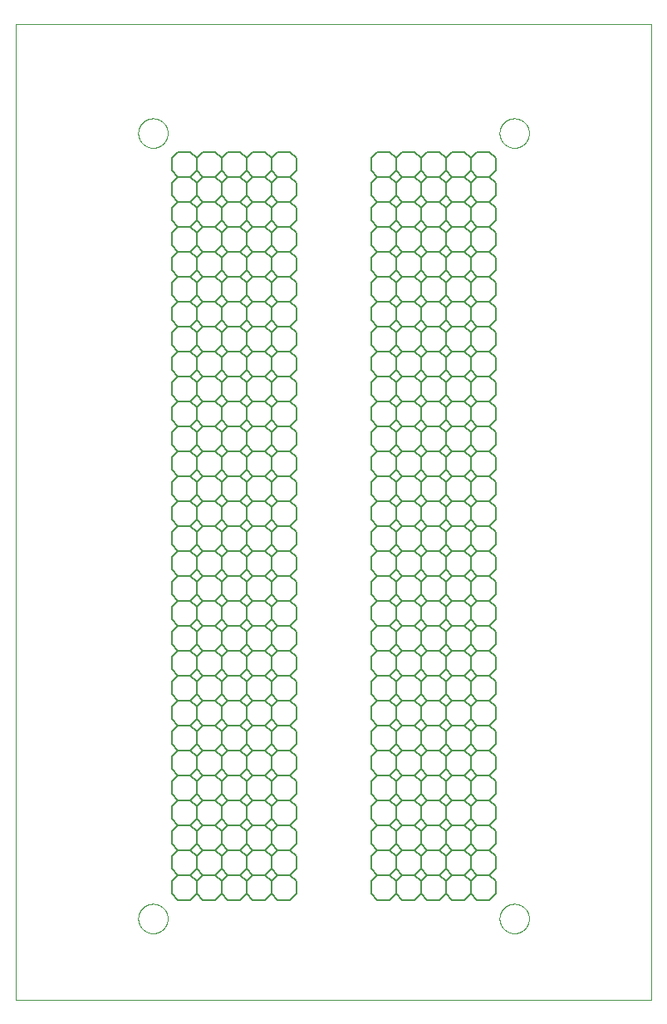
<source format=gto>
G75*
%MOIN*%
%OFA0B0*%
%FSLAX25Y25*%
%IPPOS*%
%LPD*%
%AMOC8*
5,1,8,0,0,1.08239X$1,22.5*
%
%ADD10C,0.00000*%
%ADD11C,0.00800*%
D10*
X0001000Y0001000D02*
X0001000Y0392201D01*
X0255921Y0392201D01*
X0255921Y0001000D01*
X0001000Y0001000D01*
X0050094Y0033500D02*
X0050096Y0033653D01*
X0050102Y0033807D01*
X0050112Y0033960D01*
X0050126Y0034112D01*
X0050144Y0034265D01*
X0050166Y0034416D01*
X0050191Y0034567D01*
X0050221Y0034718D01*
X0050255Y0034868D01*
X0050292Y0035016D01*
X0050333Y0035164D01*
X0050378Y0035310D01*
X0050427Y0035456D01*
X0050480Y0035600D01*
X0050536Y0035742D01*
X0050596Y0035883D01*
X0050660Y0036023D01*
X0050727Y0036161D01*
X0050798Y0036297D01*
X0050873Y0036431D01*
X0050950Y0036563D01*
X0051032Y0036693D01*
X0051116Y0036821D01*
X0051204Y0036947D01*
X0051295Y0037070D01*
X0051389Y0037191D01*
X0051487Y0037309D01*
X0051587Y0037425D01*
X0051691Y0037538D01*
X0051797Y0037649D01*
X0051906Y0037757D01*
X0052018Y0037862D01*
X0052132Y0037963D01*
X0052250Y0038062D01*
X0052369Y0038158D01*
X0052491Y0038251D01*
X0052616Y0038340D01*
X0052743Y0038427D01*
X0052872Y0038509D01*
X0053003Y0038589D01*
X0053136Y0038665D01*
X0053271Y0038738D01*
X0053408Y0038807D01*
X0053547Y0038872D01*
X0053687Y0038934D01*
X0053829Y0038992D01*
X0053972Y0039047D01*
X0054117Y0039098D01*
X0054263Y0039145D01*
X0054410Y0039188D01*
X0054558Y0039227D01*
X0054707Y0039263D01*
X0054857Y0039294D01*
X0055008Y0039322D01*
X0055159Y0039346D01*
X0055312Y0039366D01*
X0055464Y0039382D01*
X0055617Y0039394D01*
X0055770Y0039402D01*
X0055923Y0039406D01*
X0056077Y0039406D01*
X0056230Y0039402D01*
X0056383Y0039394D01*
X0056536Y0039382D01*
X0056688Y0039366D01*
X0056841Y0039346D01*
X0056992Y0039322D01*
X0057143Y0039294D01*
X0057293Y0039263D01*
X0057442Y0039227D01*
X0057590Y0039188D01*
X0057737Y0039145D01*
X0057883Y0039098D01*
X0058028Y0039047D01*
X0058171Y0038992D01*
X0058313Y0038934D01*
X0058453Y0038872D01*
X0058592Y0038807D01*
X0058729Y0038738D01*
X0058864Y0038665D01*
X0058997Y0038589D01*
X0059128Y0038509D01*
X0059257Y0038427D01*
X0059384Y0038340D01*
X0059509Y0038251D01*
X0059631Y0038158D01*
X0059750Y0038062D01*
X0059868Y0037963D01*
X0059982Y0037862D01*
X0060094Y0037757D01*
X0060203Y0037649D01*
X0060309Y0037538D01*
X0060413Y0037425D01*
X0060513Y0037309D01*
X0060611Y0037191D01*
X0060705Y0037070D01*
X0060796Y0036947D01*
X0060884Y0036821D01*
X0060968Y0036693D01*
X0061050Y0036563D01*
X0061127Y0036431D01*
X0061202Y0036297D01*
X0061273Y0036161D01*
X0061340Y0036023D01*
X0061404Y0035883D01*
X0061464Y0035742D01*
X0061520Y0035600D01*
X0061573Y0035456D01*
X0061622Y0035310D01*
X0061667Y0035164D01*
X0061708Y0035016D01*
X0061745Y0034868D01*
X0061779Y0034718D01*
X0061809Y0034567D01*
X0061834Y0034416D01*
X0061856Y0034265D01*
X0061874Y0034112D01*
X0061888Y0033960D01*
X0061898Y0033807D01*
X0061904Y0033653D01*
X0061906Y0033500D01*
X0061904Y0033347D01*
X0061898Y0033193D01*
X0061888Y0033040D01*
X0061874Y0032888D01*
X0061856Y0032735D01*
X0061834Y0032584D01*
X0061809Y0032433D01*
X0061779Y0032282D01*
X0061745Y0032132D01*
X0061708Y0031984D01*
X0061667Y0031836D01*
X0061622Y0031690D01*
X0061573Y0031544D01*
X0061520Y0031400D01*
X0061464Y0031258D01*
X0061404Y0031117D01*
X0061340Y0030977D01*
X0061273Y0030839D01*
X0061202Y0030703D01*
X0061127Y0030569D01*
X0061050Y0030437D01*
X0060968Y0030307D01*
X0060884Y0030179D01*
X0060796Y0030053D01*
X0060705Y0029930D01*
X0060611Y0029809D01*
X0060513Y0029691D01*
X0060413Y0029575D01*
X0060309Y0029462D01*
X0060203Y0029351D01*
X0060094Y0029243D01*
X0059982Y0029138D01*
X0059868Y0029037D01*
X0059750Y0028938D01*
X0059631Y0028842D01*
X0059509Y0028749D01*
X0059384Y0028660D01*
X0059257Y0028573D01*
X0059128Y0028491D01*
X0058997Y0028411D01*
X0058864Y0028335D01*
X0058729Y0028262D01*
X0058592Y0028193D01*
X0058453Y0028128D01*
X0058313Y0028066D01*
X0058171Y0028008D01*
X0058028Y0027953D01*
X0057883Y0027902D01*
X0057737Y0027855D01*
X0057590Y0027812D01*
X0057442Y0027773D01*
X0057293Y0027737D01*
X0057143Y0027706D01*
X0056992Y0027678D01*
X0056841Y0027654D01*
X0056688Y0027634D01*
X0056536Y0027618D01*
X0056383Y0027606D01*
X0056230Y0027598D01*
X0056077Y0027594D01*
X0055923Y0027594D01*
X0055770Y0027598D01*
X0055617Y0027606D01*
X0055464Y0027618D01*
X0055312Y0027634D01*
X0055159Y0027654D01*
X0055008Y0027678D01*
X0054857Y0027706D01*
X0054707Y0027737D01*
X0054558Y0027773D01*
X0054410Y0027812D01*
X0054263Y0027855D01*
X0054117Y0027902D01*
X0053972Y0027953D01*
X0053829Y0028008D01*
X0053687Y0028066D01*
X0053547Y0028128D01*
X0053408Y0028193D01*
X0053271Y0028262D01*
X0053136Y0028335D01*
X0053003Y0028411D01*
X0052872Y0028491D01*
X0052743Y0028573D01*
X0052616Y0028660D01*
X0052491Y0028749D01*
X0052369Y0028842D01*
X0052250Y0028938D01*
X0052132Y0029037D01*
X0052018Y0029138D01*
X0051906Y0029243D01*
X0051797Y0029351D01*
X0051691Y0029462D01*
X0051587Y0029575D01*
X0051487Y0029691D01*
X0051389Y0029809D01*
X0051295Y0029930D01*
X0051204Y0030053D01*
X0051116Y0030179D01*
X0051032Y0030307D01*
X0050950Y0030437D01*
X0050873Y0030569D01*
X0050798Y0030703D01*
X0050727Y0030839D01*
X0050660Y0030977D01*
X0050596Y0031117D01*
X0050536Y0031258D01*
X0050480Y0031400D01*
X0050427Y0031544D01*
X0050378Y0031690D01*
X0050333Y0031836D01*
X0050292Y0031984D01*
X0050255Y0032132D01*
X0050221Y0032282D01*
X0050191Y0032433D01*
X0050166Y0032584D01*
X0050144Y0032735D01*
X0050126Y0032888D01*
X0050112Y0033040D01*
X0050102Y0033193D01*
X0050096Y0033347D01*
X0050094Y0033500D01*
X0195094Y0033500D02*
X0195096Y0033653D01*
X0195102Y0033807D01*
X0195112Y0033960D01*
X0195126Y0034112D01*
X0195144Y0034265D01*
X0195166Y0034416D01*
X0195191Y0034567D01*
X0195221Y0034718D01*
X0195255Y0034868D01*
X0195292Y0035016D01*
X0195333Y0035164D01*
X0195378Y0035310D01*
X0195427Y0035456D01*
X0195480Y0035600D01*
X0195536Y0035742D01*
X0195596Y0035883D01*
X0195660Y0036023D01*
X0195727Y0036161D01*
X0195798Y0036297D01*
X0195873Y0036431D01*
X0195950Y0036563D01*
X0196032Y0036693D01*
X0196116Y0036821D01*
X0196204Y0036947D01*
X0196295Y0037070D01*
X0196389Y0037191D01*
X0196487Y0037309D01*
X0196587Y0037425D01*
X0196691Y0037538D01*
X0196797Y0037649D01*
X0196906Y0037757D01*
X0197018Y0037862D01*
X0197132Y0037963D01*
X0197250Y0038062D01*
X0197369Y0038158D01*
X0197491Y0038251D01*
X0197616Y0038340D01*
X0197743Y0038427D01*
X0197872Y0038509D01*
X0198003Y0038589D01*
X0198136Y0038665D01*
X0198271Y0038738D01*
X0198408Y0038807D01*
X0198547Y0038872D01*
X0198687Y0038934D01*
X0198829Y0038992D01*
X0198972Y0039047D01*
X0199117Y0039098D01*
X0199263Y0039145D01*
X0199410Y0039188D01*
X0199558Y0039227D01*
X0199707Y0039263D01*
X0199857Y0039294D01*
X0200008Y0039322D01*
X0200159Y0039346D01*
X0200312Y0039366D01*
X0200464Y0039382D01*
X0200617Y0039394D01*
X0200770Y0039402D01*
X0200923Y0039406D01*
X0201077Y0039406D01*
X0201230Y0039402D01*
X0201383Y0039394D01*
X0201536Y0039382D01*
X0201688Y0039366D01*
X0201841Y0039346D01*
X0201992Y0039322D01*
X0202143Y0039294D01*
X0202293Y0039263D01*
X0202442Y0039227D01*
X0202590Y0039188D01*
X0202737Y0039145D01*
X0202883Y0039098D01*
X0203028Y0039047D01*
X0203171Y0038992D01*
X0203313Y0038934D01*
X0203453Y0038872D01*
X0203592Y0038807D01*
X0203729Y0038738D01*
X0203864Y0038665D01*
X0203997Y0038589D01*
X0204128Y0038509D01*
X0204257Y0038427D01*
X0204384Y0038340D01*
X0204509Y0038251D01*
X0204631Y0038158D01*
X0204750Y0038062D01*
X0204868Y0037963D01*
X0204982Y0037862D01*
X0205094Y0037757D01*
X0205203Y0037649D01*
X0205309Y0037538D01*
X0205413Y0037425D01*
X0205513Y0037309D01*
X0205611Y0037191D01*
X0205705Y0037070D01*
X0205796Y0036947D01*
X0205884Y0036821D01*
X0205968Y0036693D01*
X0206050Y0036563D01*
X0206127Y0036431D01*
X0206202Y0036297D01*
X0206273Y0036161D01*
X0206340Y0036023D01*
X0206404Y0035883D01*
X0206464Y0035742D01*
X0206520Y0035600D01*
X0206573Y0035456D01*
X0206622Y0035310D01*
X0206667Y0035164D01*
X0206708Y0035016D01*
X0206745Y0034868D01*
X0206779Y0034718D01*
X0206809Y0034567D01*
X0206834Y0034416D01*
X0206856Y0034265D01*
X0206874Y0034112D01*
X0206888Y0033960D01*
X0206898Y0033807D01*
X0206904Y0033653D01*
X0206906Y0033500D01*
X0206904Y0033347D01*
X0206898Y0033193D01*
X0206888Y0033040D01*
X0206874Y0032888D01*
X0206856Y0032735D01*
X0206834Y0032584D01*
X0206809Y0032433D01*
X0206779Y0032282D01*
X0206745Y0032132D01*
X0206708Y0031984D01*
X0206667Y0031836D01*
X0206622Y0031690D01*
X0206573Y0031544D01*
X0206520Y0031400D01*
X0206464Y0031258D01*
X0206404Y0031117D01*
X0206340Y0030977D01*
X0206273Y0030839D01*
X0206202Y0030703D01*
X0206127Y0030569D01*
X0206050Y0030437D01*
X0205968Y0030307D01*
X0205884Y0030179D01*
X0205796Y0030053D01*
X0205705Y0029930D01*
X0205611Y0029809D01*
X0205513Y0029691D01*
X0205413Y0029575D01*
X0205309Y0029462D01*
X0205203Y0029351D01*
X0205094Y0029243D01*
X0204982Y0029138D01*
X0204868Y0029037D01*
X0204750Y0028938D01*
X0204631Y0028842D01*
X0204509Y0028749D01*
X0204384Y0028660D01*
X0204257Y0028573D01*
X0204128Y0028491D01*
X0203997Y0028411D01*
X0203864Y0028335D01*
X0203729Y0028262D01*
X0203592Y0028193D01*
X0203453Y0028128D01*
X0203313Y0028066D01*
X0203171Y0028008D01*
X0203028Y0027953D01*
X0202883Y0027902D01*
X0202737Y0027855D01*
X0202590Y0027812D01*
X0202442Y0027773D01*
X0202293Y0027737D01*
X0202143Y0027706D01*
X0201992Y0027678D01*
X0201841Y0027654D01*
X0201688Y0027634D01*
X0201536Y0027618D01*
X0201383Y0027606D01*
X0201230Y0027598D01*
X0201077Y0027594D01*
X0200923Y0027594D01*
X0200770Y0027598D01*
X0200617Y0027606D01*
X0200464Y0027618D01*
X0200312Y0027634D01*
X0200159Y0027654D01*
X0200008Y0027678D01*
X0199857Y0027706D01*
X0199707Y0027737D01*
X0199558Y0027773D01*
X0199410Y0027812D01*
X0199263Y0027855D01*
X0199117Y0027902D01*
X0198972Y0027953D01*
X0198829Y0028008D01*
X0198687Y0028066D01*
X0198547Y0028128D01*
X0198408Y0028193D01*
X0198271Y0028262D01*
X0198136Y0028335D01*
X0198003Y0028411D01*
X0197872Y0028491D01*
X0197743Y0028573D01*
X0197616Y0028660D01*
X0197491Y0028749D01*
X0197369Y0028842D01*
X0197250Y0028938D01*
X0197132Y0029037D01*
X0197018Y0029138D01*
X0196906Y0029243D01*
X0196797Y0029351D01*
X0196691Y0029462D01*
X0196587Y0029575D01*
X0196487Y0029691D01*
X0196389Y0029809D01*
X0196295Y0029930D01*
X0196204Y0030053D01*
X0196116Y0030179D01*
X0196032Y0030307D01*
X0195950Y0030437D01*
X0195873Y0030569D01*
X0195798Y0030703D01*
X0195727Y0030839D01*
X0195660Y0030977D01*
X0195596Y0031117D01*
X0195536Y0031258D01*
X0195480Y0031400D01*
X0195427Y0031544D01*
X0195378Y0031690D01*
X0195333Y0031836D01*
X0195292Y0031984D01*
X0195255Y0032132D01*
X0195221Y0032282D01*
X0195191Y0032433D01*
X0195166Y0032584D01*
X0195144Y0032735D01*
X0195126Y0032888D01*
X0195112Y0033040D01*
X0195102Y0033193D01*
X0195096Y0033347D01*
X0195094Y0033500D01*
X0195094Y0348500D02*
X0195096Y0348653D01*
X0195102Y0348807D01*
X0195112Y0348960D01*
X0195126Y0349112D01*
X0195144Y0349265D01*
X0195166Y0349416D01*
X0195191Y0349567D01*
X0195221Y0349718D01*
X0195255Y0349868D01*
X0195292Y0350016D01*
X0195333Y0350164D01*
X0195378Y0350310D01*
X0195427Y0350456D01*
X0195480Y0350600D01*
X0195536Y0350742D01*
X0195596Y0350883D01*
X0195660Y0351023D01*
X0195727Y0351161D01*
X0195798Y0351297D01*
X0195873Y0351431D01*
X0195950Y0351563D01*
X0196032Y0351693D01*
X0196116Y0351821D01*
X0196204Y0351947D01*
X0196295Y0352070D01*
X0196389Y0352191D01*
X0196487Y0352309D01*
X0196587Y0352425D01*
X0196691Y0352538D01*
X0196797Y0352649D01*
X0196906Y0352757D01*
X0197018Y0352862D01*
X0197132Y0352963D01*
X0197250Y0353062D01*
X0197369Y0353158D01*
X0197491Y0353251D01*
X0197616Y0353340D01*
X0197743Y0353427D01*
X0197872Y0353509D01*
X0198003Y0353589D01*
X0198136Y0353665D01*
X0198271Y0353738D01*
X0198408Y0353807D01*
X0198547Y0353872D01*
X0198687Y0353934D01*
X0198829Y0353992D01*
X0198972Y0354047D01*
X0199117Y0354098D01*
X0199263Y0354145D01*
X0199410Y0354188D01*
X0199558Y0354227D01*
X0199707Y0354263D01*
X0199857Y0354294D01*
X0200008Y0354322D01*
X0200159Y0354346D01*
X0200312Y0354366D01*
X0200464Y0354382D01*
X0200617Y0354394D01*
X0200770Y0354402D01*
X0200923Y0354406D01*
X0201077Y0354406D01*
X0201230Y0354402D01*
X0201383Y0354394D01*
X0201536Y0354382D01*
X0201688Y0354366D01*
X0201841Y0354346D01*
X0201992Y0354322D01*
X0202143Y0354294D01*
X0202293Y0354263D01*
X0202442Y0354227D01*
X0202590Y0354188D01*
X0202737Y0354145D01*
X0202883Y0354098D01*
X0203028Y0354047D01*
X0203171Y0353992D01*
X0203313Y0353934D01*
X0203453Y0353872D01*
X0203592Y0353807D01*
X0203729Y0353738D01*
X0203864Y0353665D01*
X0203997Y0353589D01*
X0204128Y0353509D01*
X0204257Y0353427D01*
X0204384Y0353340D01*
X0204509Y0353251D01*
X0204631Y0353158D01*
X0204750Y0353062D01*
X0204868Y0352963D01*
X0204982Y0352862D01*
X0205094Y0352757D01*
X0205203Y0352649D01*
X0205309Y0352538D01*
X0205413Y0352425D01*
X0205513Y0352309D01*
X0205611Y0352191D01*
X0205705Y0352070D01*
X0205796Y0351947D01*
X0205884Y0351821D01*
X0205968Y0351693D01*
X0206050Y0351563D01*
X0206127Y0351431D01*
X0206202Y0351297D01*
X0206273Y0351161D01*
X0206340Y0351023D01*
X0206404Y0350883D01*
X0206464Y0350742D01*
X0206520Y0350600D01*
X0206573Y0350456D01*
X0206622Y0350310D01*
X0206667Y0350164D01*
X0206708Y0350016D01*
X0206745Y0349868D01*
X0206779Y0349718D01*
X0206809Y0349567D01*
X0206834Y0349416D01*
X0206856Y0349265D01*
X0206874Y0349112D01*
X0206888Y0348960D01*
X0206898Y0348807D01*
X0206904Y0348653D01*
X0206906Y0348500D01*
X0206904Y0348347D01*
X0206898Y0348193D01*
X0206888Y0348040D01*
X0206874Y0347888D01*
X0206856Y0347735D01*
X0206834Y0347584D01*
X0206809Y0347433D01*
X0206779Y0347282D01*
X0206745Y0347132D01*
X0206708Y0346984D01*
X0206667Y0346836D01*
X0206622Y0346690D01*
X0206573Y0346544D01*
X0206520Y0346400D01*
X0206464Y0346258D01*
X0206404Y0346117D01*
X0206340Y0345977D01*
X0206273Y0345839D01*
X0206202Y0345703D01*
X0206127Y0345569D01*
X0206050Y0345437D01*
X0205968Y0345307D01*
X0205884Y0345179D01*
X0205796Y0345053D01*
X0205705Y0344930D01*
X0205611Y0344809D01*
X0205513Y0344691D01*
X0205413Y0344575D01*
X0205309Y0344462D01*
X0205203Y0344351D01*
X0205094Y0344243D01*
X0204982Y0344138D01*
X0204868Y0344037D01*
X0204750Y0343938D01*
X0204631Y0343842D01*
X0204509Y0343749D01*
X0204384Y0343660D01*
X0204257Y0343573D01*
X0204128Y0343491D01*
X0203997Y0343411D01*
X0203864Y0343335D01*
X0203729Y0343262D01*
X0203592Y0343193D01*
X0203453Y0343128D01*
X0203313Y0343066D01*
X0203171Y0343008D01*
X0203028Y0342953D01*
X0202883Y0342902D01*
X0202737Y0342855D01*
X0202590Y0342812D01*
X0202442Y0342773D01*
X0202293Y0342737D01*
X0202143Y0342706D01*
X0201992Y0342678D01*
X0201841Y0342654D01*
X0201688Y0342634D01*
X0201536Y0342618D01*
X0201383Y0342606D01*
X0201230Y0342598D01*
X0201077Y0342594D01*
X0200923Y0342594D01*
X0200770Y0342598D01*
X0200617Y0342606D01*
X0200464Y0342618D01*
X0200312Y0342634D01*
X0200159Y0342654D01*
X0200008Y0342678D01*
X0199857Y0342706D01*
X0199707Y0342737D01*
X0199558Y0342773D01*
X0199410Y0342812D01*
X0199263Y0342855D01*
X0199117Y0342902D01*
X0198972Y0342953D01*
X0198829Y0343008D01*
X0198687Y0343066D01*
X0198547Y0343128D01*
X0198408Y0343193D01*
X0198271Y0343262D01*
X0198136Y0343335D01*
X0198003Y0343411D01*
X0197872Y0343491D01*
X0197743Y0343573D01*
X0197616Y0343660D01*
X0197491Y0343749D01*
X0197369Y0343842D01*
X0197250Y0343938D01*
X0197132Y0344037D01*
X0197018Y0344138D01*
X0196906Y0344243D01*
X0196797Y0344351D01*
X0196691Y0344462D01*
X0196587Y0344575D01*
X0196487Y0344691D01*
X0196389Y0344809D01*
X0196295Y0344930D01*
X0196204Y0345053D01*
X0196116Y0345179D01*
X0196032Y0345307D01*
X0195950Y0345437D01*
X0195873Y0345569D01*
X0195798Y0345703D01*
X0195727Y0345839D01*
X0195660Y0345977D01*
X0195596Y0346117D01*
X0195536Y0346258D01*
X0195480Y0346400D01*
X0195427Y0346544D01*
X0195378Y0346690D01*
X0195333Y0346836D01*
X0195292Y0346984D01*
X0195255Y0347132D01*
X0195221Y0347282D01*
X0195191Y0347433D01*
X0195166Y0347584D01*
X0195144Y0347735D01*
X0195126Y0347888D01*
X0195112Y0348040D01*
X0195102Y0348193D01*
X0195096Y0348347D01*
X0195094Y0348500D01*
X0050094Y0348500D02*
X0050096Y0348653D01*
X0050102Y0348807D01*
X0050112Y0348960D01*
X0050126Y0349112D01*
X0050144Y0349265D01*
X0050166Y0349416D01*
X0050191Y0349567D01*
X0050221Y0349718D01*
X0050255Y0349868D01*
X0050292Y0350016D01*
X0050333Y0350164D01*
X0050378Y0350310D01*
X0050427Y0350456D01*
X0050480Y0350600D01*
X0050536Y0350742D01*
X0050596Y0350883D01*
X0050660Y0351023D01*
X0050727Y0351161D01*
X0050798Y0351297D01*
X0050873Y0351431D01*
X0050950Y0351563D01*
X0051032Y0351693D01*
X0051116Y0351821D01*
X0051204Y0351947D01*
X0051295Y0352070D01*
X0051389Y0352191D01*
X0051487Y0352309D01*
X0051587Y0352425D01*
X0051691Y0352538D01*
X0051797Y0352649D01*
X0051906Y0352757D01*
X0052018Y0352862D01*
X0052132Y0352963D01*
X0052250Y0353062D01*
X0052369Y0353158D01*
X0052491Y0353251D01*
X0052616Y0353340D01*
X0052743Y0353427D01*
X0052872Y0353509D01*
X0053003Y0353589D01*
X0053136Y0353665D01*
X0053271Y0353738D01*
X0053408Y0353807D01*
X0053547Y0353872D01*
X0053687Y0353934D01*
X0053829Y0353992D01*
X0053972Y0354047D01*
X0054117Y0354098D01*
X0054263Y0354145D01*
X0054410Y0354188D01*
X0054558Y0354227D01*
X0054707Y0354263D01*
X0054857Y0354294D01*
X0055008Y0354322D01*
X0055159Y0354346D01*
X0055312Y0354366D01*
X0055464Y0354382D01*
X0055617Y0354394D01*
X0055770Y0354402D01*
X0055923Y0354406D01*
X0056077Y0354406D01*
X0056230Y0354402D01*
X0056383Y0354394D01*
X0056536Y0354382D01*
X0056688Y0354366D01*
X0056841Y0354346D01*
X0056992Y0354322D01*
X0057143Y0354294D01*
X0057293Y0354263D01*
X0057442Y0354227D01*
X0057590Y0354188D01*
X0057737Y0354145D01*
X0057883Y0354098D01*
X0058028Y0354047D01*
X0058171Y0353992D01*
X0058313Y0353934D01*
X0058453Y0353872D01*
X0058592Y0353807D01*
X0058729Y0353738D01*
X0058864Y0353665D01*
X0058997Y0353589D01*
X0059128Y0353509D01*
X0059257Y0353427D01*
X0059384Y0353340D01*
X0059509Y0353251D01*
X0059631Y0353158D01*
X0059750Y0353062D01*
X0059868Y0352963D01*
X0059982Y0352862D01*
X0060094Y0352757D01*
X0060203Y0352649D01*
X0060309Y0352538D01*
X0060413Y0352425D01*
X0060513Y0352309D01*
X0060611Y0352191D01*
X0060705Y0352070D01*
X0060796Y0351947D01*
X0060884Y0351821D01*
X0060968Y0351693D01*
X0061050Y0351563D01*
X0061127Y0351431D01*
X0061202Y0351297D01*
X0061273Y0351161D01*
X0061340Y0351023D01*
X0061404Y0350883D01*
X0061464Y0350742D01*
X0061520Y0350600D01*
X0061573Y0350456D01*
X0061622Y0350310D01*
X0061667Y0350164D01*
X0061708Y0350016D01*
X0061745Y0349868D01*
X0061779Y0349718D01*
X0061809Y0349567D01*
X0061834Y0349416D01*
X0061856Y0349265D01*
X0061874Y0349112D01*
X0061888Y0348960D01*
X0061898Y0348807D01*
X0061904Y0348653D01*
X0061906Y0348500D01*
X0061904Y0348347D01*
X0061898Y0348193D01*
X0061888Y0348040D01*
X0061874Y0347888D01*
X0061856Y0347735D01*
X0061834Y0347584D01*
X0061809Y0347433D01*
X0061779Y0347282D01*
X0061745Y0347132D01*
X0061708Y0346984D01*
X0061667Y0346836D01*
X0061622Y0346690D01*
X0061573Y0346544D01*
X0061520Y0346400D01*
X0061464Y0346258D01*
X0061404Y0346117D01*
X0061340Y0345977D01*
X0061273Y0345839D01*
X0061202Y0345703D01*
X0061127Y0345569D01*
X0061050Y0345437D01*
X0060968Y0345307D01*
X0060884Y0345179D01*
X0060796Y0345053D01*
X0060705Y0344930D01*
X0060611Y0344809D01*
X0060513Y0344691D01*
X0060413Y0344575D01*
X0060309Y0344462D01*
X0060203Y0344351D01*
X0060094Y0344243D01*
X0059982Y0344138D01*
X0059868Y0344037D01*
X0059750Y0343938D01*
X0059631Y0343842D01*
X0059509Y0343749D01*
X0059384Y0343660D01*
X0059257Y0343573D01*
X0059128Y0343491D01*
X0058997Y0343411D01*
X0058864Y0343335D01*
X0058729Y0343262D01*
X0058592Y0343193D01*
X0058453Y0343128D01*
X0058313Y0343066D01*
X0058171Y0343008D01*
X0058028Y0342953D01*
X0057883Y0342902D01*
X0057737Y0342855D01*
X0057590Y0342812D01*
X0057442Y0342773D01*
X0057293Y0342737D01*
X0057143Y0342706D01*
X0056992Y0342678D01*
X0056841Y0342654D01*
X0056688Y0342634D01*
X0056536Y0342618D01*
X0056383Y0342606D01*
X0056230Y0342598D01*
X0056077Y0342594D01*
X0055923Y0342594D01*
X0055770Y0342598D01*
X0055617Y0342606D01*
X0055464Y0342618D01*
X0055312Y0342634D01*
X0055159Y0342654D01*
X0055008Y0342678D01*
X0054857Y0342706D01*
X0054707Y0342737D01*
X0054558Y0342773D01*
X0054410Y0342812D01*
X0054263Y0342855D01*
X0054117Y0342902D01*
X0053972Y0342953D01*
X0053829Y0343008D01*
X0053687Y0343066D01*
X0053547Y0343128D01*
X0053408Y0343193D01*
X0053271Y0343262D01*
X0053136Y0343335D01*
X0053003Y0343411D01*
X0052872Y0343491D01*
X0052743Y0343573D01*
X0052616Y0343660D01*
X0052491Y0343749D01*
X0052369Y0343842D01*
X0052250Y0343938D01*
X0052132Y0344037D01*
X0052018Y0344138D01*
X0051906Y0344243D01*
X0051797Y0344351D01*
X0051691Y0344462D01*
X0051587Y0344575D01*
X0051487Y0344691D01*
X0051389Y0344809D01*
X0051295Y0344930D01*
X0051204Y0345053D01*
X0051116Y0345179D01*
X0051032Y0345307D01*
X0050950Y0345437D01*
X0050873Y0345569D01*
X0050798Y0345703D01*
X0050727Y0345839D01*
X0050660Y0345977D01*
X0050596Y0346117D01*
X0050536Y0346258D01*
X0050480Y0346400D01*
X0050427Y0346544D01*
X0050378Y0346690D01*
X0050333Y0346836D01*
X0050292Y0346984D01*
X0050255Y0347132D01*
X0050221Y0347282D01*
X0050191Y0347433D01*
X0050166Y0347584D01*
X0050144Y0347735D01*
X0050126Y0347888D01*
X0050112Y0348040D01*
X0050102Y0348193D01*
X0050096Y0348347D01*
X0050094Y0348500D01*
D11*
X0063500Y0338500D02*
X0063500Y0333500D01*
X0066000Y0331000D01*
X0063500Y0328500D01*
X0063500Y0323500D01*
X0066000Y0321000D01*
X0063500Y0318500D01*
X0063500Y0313500D01*
X0066000Y0311000D01*
X0063500Y0308500D01*
X0063500Y0303500D01*
X0066000Y0301000D01*
X0063500Y0298500D01*
X0063500Y0293500D01*
X0066000Y0291000D01*
X0063500Y0288500D01*
X0063500Y0283500D01*
X0066000Y0281000D01*
X0063500Y0278500D01*
X0063500Y0273500D01*
X0066000Y0271000D01*
X0063500Y0268500D01*
X0063500Y0263500D01*
X0066000Y0261000D01*
X0063500Y0258500D01*
X0063500Y0253500D01*
X0066000Y0251000D01*
X0063500Y0248500D01*
X0063500Y0243500D01*
X0066000Y0241000D01*
X0063500Y0238500D01*
X0063500Y0233500D01*
X0066000Y0231000D01*
X0063500Y0228500D01*
X0063500Y0223500D01*
X0066000Y0221000D01*
X0063500Y0218500D01*
X0063500Y0213500D01*
X0066000Y0211000D01*
X0063500Y0208500D01*
X0063500Y0203500D01*
X0066000Y0201000D01*
X0063500Y0198500D01*
X0063500Y0193500D01*
X0066000Y0191000D01*
X0063500Y0188500D01*
X0063500Y0183500D01*
X0066000Y0181000D01*
X0063500Y0178500D01*
X0063500Y0173500D01*
X0066000Y0171000D01*
X0063500Y0168500D01*
X0063500Y0163500D01*
X0066000Y0161000D01*
X0063500Y0158500D01*
X0063500Y0153500D01*
X0066000Y0151000D01*
X0063500Y0148500D01*
X0063500Y0143500D01*
X0066000Y0141000D01*
X0063500Y0138500D01*
X0063500Y0133500D01*
X0066000Y0131000D01*
X0063500Y0128500D01*
X0063500Y0123500D01*
X0066000Y0121000D01*
X0063500Y0118500D01*
X0063500Y0113500D01*
X0066000Y0111000D01*
X0063500Y0108500D01*
X0063500Y0103500D01*
X0066000Y0101000D01*
X0063500Y0098500D01*
X0063500Y0093500D01*
X0066000Y0091000D01*
X0063500Y0088500D01*
X0063500Y0083500D01*
X0066000Y0081000D01*
X0063500Y0078500D01*
X0063500Y0073500D01*
X0066000Y0071000D01*
X0063500Y0068500D01*
X0063500Y0063500D01*
X0066000Y0061000D01*
X0063500Y0058500D01*
X0063500Y0053500D01*
X0066000Y0051000D01*
X0063500Y0048500D01*
X0063500Y0043500D01*
X0066000Y0041000D01*
X0071000Y0041000D01*
X0073500Y0043500D01*
X0076000Y0041000D01*
X0081000Y0041000D01*
X0083500Y0043500D01*
X0086000Y0041000D01*
X0091000Y0041000D01*
X0093500Y0043500D01*
X0096000Y0041000D01*
X0101000Y0041000D01*
X0103500Y0043500D01*
X0106000Y0041000D01*
X0111000Y0041000D01*
X0113500Y0043500D01*
X0113500Y0048500D01*
X0111000Y0051000D01*
X0106000Y0051000D01*
X0103500Y0048500D01*
X0103500Y0043500D01*
X0103500Y0048500D01*
X0101000Y0051000D01*
X0096000Y0051000D01*
X0093500Y0048500D01*
X0093500Y0043500D01*
X0093500Y0048500D01*
X0091000Y0051000D01*
X0086000Y0051000D01*
X0083500Y0048500D01*
X0083500Y0043500D01*
X0083500Y0048500D01*
X0081000Y0051000D01*
X0076000Y0051000D01*
X0073500Y0048500D01*
X0073500Y0043500D01*
X0073500Y0048500D01*
X0071000Y0051000D01*
X0066000Y0051000D01*
X0071000Y0051000D01*
X0073500Y0053500D01*
X0076000Y0051000D01*
X0081000Y0051000D01*
X0083500Y0053500D01*
X0086000Y0051000D01*
X0091000Y0051000D01*
X0093500Y0053500D01*
X0096000Y0051000D01*
X0101000Y0051000D01*
X0103500Y0053500D01*
X0106000Y0051000D01*
X0111000Y0051000D01*
X0113500Y0053500D01*
X0113500Y0058500D01*
X0111000Y0061000D01*
X0106000Y0061000D01*
X0103500Y0058500D01*
X0103500Y0053500D01*
X0103500Y0058500D01*
X0101000Y0061000D01*
X0096000Y0061000D01*
X0093500Y0058500D01*
X0093500Y0053500D01*
X0093500Y0058500D01*
X0091000Y0061000D01*
X0086000Y0061000D01*
X0083500Y0058500D01*
X0083500Y0053500D01*
X0083500Y0058500D01*
X0081000Y0061000D01*
X0076000Y0061000D01*
X0073500Y0058500D01*
X0073500Y0053500D01*
X0073500Y0058500D01*
X0071000Y0061000D01*
X0066000Y0061000D01*
X0071000Y0061000D01*
X0073500Y0063500D01*
X0076000Y0061000D01*
X0081000Y0061000D01*
X0083500Y0063500D01*
X0086000Y0061000D01*
X0091000Y0061000D01*
X0093500Y0063500D01*
X0096000Y0061000D01*
X0101000Y0061000D01*
X0103500Y0063500D01*
X0106000Y0061000D01*
X0111000Y0061000D01*
X0113500Y0063500D01*
X0113500Y0068500D01*
X0111000Y0071000D01*
X0106000Y0071000D01*
X0103500Y0068500D01*
X0103500Y0063500D01*
X0103500Y0068500D01*
X0101000Y0071000D01*
X0096000Y0071000D01*
X0093500Y0068500D01*
X0093500Y0063500D01*
X0093500Y0068500D01*
X0091000Y0071000D01*
X0086000Y0071000D01*
X0083500Y0068500D01*
X0083500Y0063500D01*
X0083500Y0068500D01*
X0081000Y0071000D01*
X0076000Y0071000D01*
X0073500Y0068500D01*
X0073500Y0063500D01*
X0073500Y0068500D01*
X0071000Y0071000D01*
X0066000Y0071000D01*
X0071000Y0071000D01*
X0073500Y0073500D01*
X0076000Y0071000D01*
X0081000Y0071000D01*
X0083500Y0073500D01*
X0086000Y0071000D01*
X0091000Y0071000D01*
X0093500Y0073500D01*
X0096000Y0071000D01*
X0101000Y0071000D01*
X0103500Y0073500D01*
X0106000Y0071000D01*
X0111000Y0071000D01*
X0113500Y0073500D01*
X0113500Y0078500D01*
X0111000Y0081000D01*
X0106000Y0081000D01*
X0103500Y0078500D01*
X0103500Y0073500D01*
X0103500Y0078500D01*
X0101000Y0081000D01*
X0096000Y0081000D01*
X0093500Y0078500D01*
X0093500Y0073500D01*
X0093500Y0078500D01*
X0091000Y0081000D01*
X0086000Y0081000D01*
X0083500Y0078500D01*
X0083500Y0073500D01*
X0083500Y0078500D01*
X0081000Y0081000D01*
X0076000Y0081000D01*
X0073500Y0078500D01*
X0073500Y0073500D01*
X0073500Y0078500D01*
X0071000Y0081000D01*
X0066000Y0081000D01*
X0071000Y0081000D01*
X0073500Y0083500D01*
X0076000Y0081000D01*
X0081000Y0081000D01*
X0083500Y0083500D01*
X0086000Y0081000D01*
X0091000Y0081000D01*
X0093500Y0083500D01*
X0096000Y0081000D01*
X0101000Y0081000D01*
X0103500Y0083500D01*
X0106000Y0081000D01*
X0111000Y0081000D01*
X0113500Y0083500D01*
X0113500Y0088500D01*
X0111000Y0091000D01*
X0106000Y0091000D01*
X0103500Y0088500D01*
X0103500Y0083500D01*
X0103500Y0088500D01*
X0101000Y0091000D01*
X0096000Y0091000D01*
X0093500Y0088500D01*
X0093500Y0083500D01*
X0093500Y0088500D01*
X0091000Y0091000D01*
X0086000Y0091000D01*
X0083500Y0088500D01*
X0083500Y0083500D01*
X0083500Y0088500D01*
X0081000Y0091000D01*
X0076000Y0091000D01*
X0073500Y0088500D01*
X0073500Y0083500D01*
X0073500Y0088500D01*
X0071000Y0091000D01*
X0066000Y0091000D01*
X0071000Y0091000D01*
X0073500Y0093500D01*
X0076000Y0091000D01*
X0081000Y0091000D01*
X0083500Y0093500D01*
X0086000Y0091000D01*
X0091000Y0091000D01*
X0093500Y0093500D01*
X0096000Y0091000D01*
X0101000Y0091000D01*
X0103500Y0093500D01*
X0106000Y0091000D01*
X0111000Y0091000D01*
X0113500Y0093500D01*
X0113500Y0098500D01*
X0111000Y0101000D01*
X0106000Y0101000D01*
X0103500Y0098500D01*
X0103500Y0093500D01*
X0103500Y0098500D01*
X0101000Y0101000D01*
X0096000Y0101000D01*
X0093500Y0098500D01*
X0093500Y0093500D01*
X0093500Y0098500D01*
X0091000Y0101000D01*
X0086000Y0101000D01*
X0083500Y0098500D01*
X0083500Y0093500D01*
X0083500Y0098500D01*
X0081000Y0101000D01*
X0076000Y0101000D01*
X0073500Y0098500D01*
X0073500Y0093500D01*
X0073500Y0098500D01*
X0071000Y0101000D01*
X0066000Y0101000D01*
X0071000Y0101000D01*
X0073500Y0103500D01*
X0076000Y0101000D01*
X0081000Y0101000D01*
X0083500Y0103500D01*
X0086000Y0101000D01*
X0091000Y0101000D01*
X0093500Y0103500D01*
X0096000Y0101000D01*
X0101000Y0101000D01*
X0103500Y0103500D01*
X0106000Y0101000D01*
X0111000Y0101000D01*
X0113500Y0103500D01*
X0113500Y0108500D01*
X0111000Y0111000D01*
X0106000Y0111000D01*
X0103500Y0108500D01*
X0103500Y0103500D01*
X0103500Y0108500D01*
X0101000Y0111000D01*
X0096000Y0111000D01*
X0093500Y0108500D01*
X0093500Y0103500D01*
X0093500Y0108500D01*
X0091000Y0111000D01*
X0086000Y0111000D01*
X0083500Y0108500D01*
X0083500Y0103500D01*
X0083500Y0108500D01*
X0081000Y0111000D01*
X0076000Y0111000D01*
X0073500Y0108500D01*
X0073500Y0103500D01*
X0073500Y0108500D01*
X0071000Y0111000D01*
X0066000Y0111000D01*
X0071000Y0111000D01*
X0073500Y0113500D01*
X0076000Y0111000D01*
X0081000Y0111000D01*
X0083500Y0113500D01*
X0086000Y0111000D01*
X0091000Y0111000D01*
X0093500Y0113500D01*
X0096000Y0111000D01*
X0101000Y0111000D01*
X0103500Y0113500D01*
X0106000Y0111000D01*
X0111000Y0111000D01*
X0113500Y0113500D01*
X0113500Y0118500D01*
X0111000Y0121000D01*
X0106000Y0121000D01*
X0103500Y0118500D01*
X0103500Y0113500D01*
X0103500Y0118500D01*
X0101000Y0121000D01*
X0096000Y0121000D01*
X0093500Y0118500D01*
X0093500Y0113500D01*
X0093500Y0118500D01*
X0091000Y0121000D01*
X0086000Y0121000D01*
X0083500Y0118500D01*
X0083500Y0113500D01*
X0083500Y0118500D01*
X0081000Y0121000D01*
X0076000Y0121000D01*
X0073500Y0118500D01*
X0073500Y0113500D01*
X0073500Y0118500D01*
X0071000Y0121000D01*
X0066000Y0121000D01*
X0071000Y0121000D01*
X0073500Y0123500D01*
X0076000Y0121000D01*
X0081000Y0121000D01*
X0083500Y0123500D01*
X0086000Y0121000D01*
X0091000Y0121000D01*
X0093500Y0123500D01*
X0096000Y0121000D01*
X0101000Y0121000D01*
X0103500Y0123500D01*
X0106000Y0121000D01*
X0111000Y0121000D01*
X0113500Y0123500D01*
X0113500Y0128500D01*
X0111000Y0131000D01*
X0106000Y0131000D01*
X0103500Y0128500D01*
X0103500Y0123500D01*
X0103500Y0128500D01*
X0101000Y0131000D01*
X0096000Y0131000D01*
X0093500Y0128500D01*
X0093500Y0123500D01*
X0093500Y0128500D01*
X0091000Y0131000D01*
X0086000Y0131000D01*
X0083500Y0128500D01*
X0083500Y0123500D01*
X0083500Y0128500D01*
X0081000Y0131000D01*
X0076000Y0131000D01*
X0073500Y0128500D01*
X0073500Y0123500D01*
X0073500Y0128500D01*
X0071000Y0131000D01*
X0066000Y0131000D01*
X0071000Y0131000D01*
X0073500Y0133500D01*
X0076000Y0131000D01*
X0081000Y0131000D01*
X0083500Y0133500D01*
X0086000Y0131000D01*
X0091000Y0131000D01*
X0093500Y0133500D01*
X0096000Y0131000D01*
X0101000Y0131000D01*
X0103500Y0133500D01*
X0106000Y0131000D01*
X0111000Y0131000D01*
X0113500Y0133500D01*
X0113500Y0138500D01*
X0111000Y0141000D01*
X0106000Y0141000D01*
X0103500Y0138500D01*
X0103500Y0133500D01*
X0103500Y0138500D01*
X0101000Y0141000D01*
X0096000Y0141000D01*
X0093500Y0138500D01*
X0093500Y0133500D01*
X0093500Y0138500D01*
X0091000Y0141000D01*
X0086000Y0141000D01*
X0083500Y0138500D01*
X0083500Y0133500D01*
X0083500Y0138500D01*
X0081000Y0141000D01*
X0076000Y0141000D01*
X0073500Y0138500D01*
X0073500Y0133500D01*
X0073500Y0138500D01*
X0071000Y0141000D01*
X0066000Y0141000D01*
X0071000Y0141000D01*
X0073500Y0143500D01*
X0076000Y0141000D01*
X0081000Y0141000D01*
X0083500Y0143500D01*
X0086000Y0141000D01*
X0091000Y0141000D01*
X0093500Y0143500D01*
X0096000Y0141000D01*
X0101000Y0141000D01*
X0103500Y0143500D01*
X0106000Y0141000D01*
X0111000Y0141000D01*
X0113500Y0143500D01*
X0113500Y0148500D01*
X0111000Y0151000D01*
X0106000Y0151000D01*
X0103500Y0148500D01*
X0103500Y0143500D01*
X0103500Y0148500D01*
X0101000Y0151000D01*
X0096000Y0151000D01*
X0093500Y0148500D01*
X0093500Y0143500D01*
X0093500Y0148500D01*
X0091000Y0151000D01*
X0086000Y0151000D01*
X0083500Y0148500D01*
X0083500Y0143500D01*
X0083500Y0148500D01*
X0081000Y0151000D01*
X0076000Y0151000D01*
X0073500Y0148500D01*
X0073500Y0143500D01*
X0073500Y0148500D01*
X0071000Y0151000D01*
X0066000Y0151000D01*
X0071000Y0151000D01*
X0073500Y0153500D01*
X0076000Y0151000D01*
X0081000Y0151000D01*
X0083500Y0153500D01*
X0086000Y0151000D01*
X0091000Y0151000D01*
X0093500Y0153500D01*
X0096000Y0151000D01*
X0101000Y0151000D01*
X0103500Y0153500D01*
X0106000Y0151000D01*
X0111000Y0151000D01*
X0113500Y0153500D01*
X0113500Y0158500D01*
X0111000Y0161000D01*
X0106000Y0161000D01*
X0103500Y0158500D01*
X0103500Y0153500D01*
X0103500Y0158500D01*
X0101000Y0161000D01*
X0096000Y0161000D01*
X0093500Y0158500D01*
X0093500Y0153500D01*
X0093500Y0158500D01*
X0091000Y0161000D01*
X0086000Y0161000D01*
X0083500Y0158500D01*
X0083500Y0153500D01*
X0083500Y0158500D01*
X0081000Y0161000D01*
X0076000Y0161000D01*
X0073500Y0158500D01*
X0073500Y0153500D01*
X0073500Y0158500D01*
X0071000Y0161000D01*
X0066000Y0161000D01*
X0071000Y0161000D01*
X0073500Y0163500D01*
X0076000Y0161000D01*
X0081000Y0161000D01*
X0083500Y0163500D01*
X0086000Y0161000D01*
X0091000Y0161000D01*
X0093500Y0163500D01*
X0096000Y0161000D01*
X0101000Y0161000D01*
X0103500Y0163500D01*
X0106000Y0161000D01*
X0111000Y0161000D01*
X0113500Y0163500D01*
X0113500Y0168500D01*
X0111000Y0171000D01*
X0106000Y0171000D01*
X0103500Y0168500D01*
X0103500Y0163500D01*
X0103500Y0168500D01*
X0101000Y0171000D01*
X0096000Y0171000D01*
X0093500Y0168500D01*
X0093500Y0163500D01*
X0093500Y0168500D01*
X0091000Y0171000D01*
X0086000Y0171000D01*
X0083500Y0168500D01*
X0083500Y0163500D01*
X0083500Y0168500D01*
X0081000Y0171000D01*
X0076000Y0171000D01*
X0073500Y0168500D01*
X0073500Y0163500D01*
X0073500Y0168500D01*
X0071000Y0171000D01*
X0066000Y0171000D01*
X0071000Y0171000D01*
X0073500Y0173500D01*
X0076000Y0171000D01*
X0081000Y0171000D01*
X0083500Y0173500D01*
X0086000Y0171000D01*
X0091000Y0171000D01*
X0093500Y0173500D01*
X0096000Y0171000D01*
X0101000Y0171000D01*
X0103500Y0173500D01*
X0106000Y0171000D01*
X0111000Y0171000D01*
X0113500Y0173500D01*
X0113500Y0178500D01*
X0111000Y0181000D01*
X0106000Y0181000D01*
X0103500Y0178500D01*
X0103500Y0173500D01*
X0103500Y0178500D01*
X0101000Y0181000D01*
X0096000Y0181000D01*
X0093500Y0178500D01*
X0093500Y0173500D01*
X0093500Y0178500D01*
X0091000Y0181000D01*
X0086000Y0181000D01*
X0083500Y0178500D01*
X0083500Y0173500D01*
X0083500Y0178500D01*
X0081000Y0181000D01*
X0076000Y0181000D01*
X0073500Y0178500D01*
X0073500Y0173500D01*
X0073500Y0178500D01*
X0071000Y0181000D01*
X0066000Y0181000D01*
X0071000Y0181000D01*
X0073500Y0183500D01*
X0076000Y0181000D01*
X0081000Y0181000D01*
X0083500Y0183500D01*
X0086000Y0181000D01*
X0091000Y0181000D01*
X0093500Y0183500D01*
X0096000Y0181000D01*
X0101000Y0181000D01*
X0103500Y0183500D01*
X0106000Y0181000D01*
X0111000Y0181000D01*
X0113500Y0183500D01*
X0113500Y0188500D01*
X0111000Y0191000D01*
X0106000Y0191000D01*
X0103500Y0188500D01*
X0103500Y0183500D01*
X0103500Y0188500D01*
X0101000Y0191000D01*
X0096000Y0191000D01*
X0093500Y0188500D01*
X0093500Y0183500D01*
X0093500Y0188500D01*
X0091000Y0191000D01*
X0086000Y0191000D01*
X0083500Y0188500D01*
X0083500Y0183500D01*
X0083500Y0188500D01*
X0081000Y0191000D01*
X0076000Y0191000D01*
X0073500Y0188500D01*
X0073500Y0183500D01*
X0073500Y0188500D01*
X0071000Y0191000D01*
X0066000Y0191000D01*
X0071000Y0191000D01*
X0073500Y0193500D01*
X0076000Y0191000D01*
X0081000Y0191000D01*
X0083500Y0193500D01*
X0086000Y0191000D01*
X0091000Y0191000D01*
X0093500Y0193500D01*
X0096000Y0191000D01*
X0101000Y0191000D01*
X0103500Y0193500D01*
X0106000Y0191000D01*
X0111000Y0191000D01*
X0113500Y0193500D01*
X0113500Y0198500D01*
X0111000Y0201000D01*
X0106000Y0201000D01*
X0103500Y0198500D01*
X0103500Y0193500D01*
X0103500Y0198500D01*
X0101000Y0201000D01*
X0096000Y0201000D01*
X0093500Y0198500D01*
X0093500Y0193500D01*
X0093500Y0198500D01*
X0091000Y0201000D01*
X0086000Y0201000D01*
X0083500Y0198500D01*
X0083500Y0193500D01*
X0083500Y0198500D01*
X0081000Y0201000D01*
X0076000Y0201000D01*
X0073500Y0198500D01*
X0073500Y0193500D01*
X0073500Y0198500D01*
X0071000Y0201000D01*
X0066000Y0201000D01*
X0071000Y0201000D01*
X0073500Y0203500D01*
X0076000Y0201000D01*
X0081000Y0201000D01*
X0083500Y0203500D01*
X0086000Y0201000D01*
X0091000Y0201000D01*
X0093500Y0203500D01*
X0096000Y0201000D01*
X0101000Y0201000D01*
X0103500Y0203500D01*
X0106000Y0201000D01*
X0111000Y0201000D01*
X0113500Y0203500D01*
X0113500Y0208500D01*
X0111000Y0211000D01*
X0106000Y0211000D01*
X0103500Y0208500D01*
X0103500Y0203500D01*
X0103500Y0208500D01*
X0101000Y0211000D01*
X0096000Y0211000D01*
X0093500Y0208500D01*
X0093500Y0203500D01*
X0093500Y0208500D01*
X0091000Y0211000D01*
X0086000Y0211000D01*
X0083500Y0208500D01*
X0083500Y0203500D01*
X0083500Y0208500D01*
X0081000Y0211000D01*
X0076000Y0211000D01*
X0073500Y0208500D01*
X0073500Y0203500D01*
X0073500Y0208500D01*
X0071000Y0211000D01*
X0066000Y0211000D01*
X0071000Y0211000D01*
X0073500Y0213500D01*
X0076000Y0211000D01*
X0081000Y0211000D01*
X0083500Y0213500D01*
X0086000Y0211000D01*
X0091000Y0211000D01*
X0093500Y0213500D01*
X0096000Y0211000D01*
X0101000Y0211000D01*
X0103500Y0213500D01*
X0106000Y0211000D01*
X0111000Y0211000D01*
X0113500Y0213500D01*
X0113500Y0218500D01*
X0111000Y0221000D01*
X0106000Y0221000D01*
X0103500Y0218500D01*
X0103500Y0213500D01*
X0103500Y0218500D01*
X0101000Y0221000D01*
X0096000Y0221000D01*
X0093500Y0218500D01*
X0093500Y0213500D01*
X0093500Y0218500D01*
X0091000Y0221000D01*
X0086000Y0221000D01*
X0083500Y0218500D01*
X0083500Y0213500D01*
X0083500Y0218500D01*
X0081000Y0221000D01*
X0076000Y0221000D01*
X0073500Y0218500D01*
X0073500Y0213500D01*
X0073500Y0218500D01*
X0071000Y0221000D01*
X0066000Y0221000D01*
X0071000Y0221000D01*
X0073500Y0223500D01*
X0076000Y0221000D01*
X0081000Y0221000D01*
X0083500Y0223500D01*
X0086000Y0221000D01*
X0091000Y0221000D01*
X0093500Y0223500D01*
X0096000Y0221000D01*
X0101000Y0221000D01*
X0103500Y0223500D01*
X0106000Y0221000D01*
X0111000Y0221000D01*
X0113500Y0223500D01*
X0113500Y0228500D01*
X0111000Y0231000D01*
X0106000Y0231000D01*
X0103500Y0228500D01*
X0103500Y0223500D01*
X0103500Y0228500D01*
X0101000Y0231000D01*
X0096000Y0231000D01*
X0093500Y0228500D01*
X0093500Y0223500D01*
X0093500Y0228500D01*
X0091000Y0231000D01*
X0086000Y0231000D01*
X0083500Y0228500D01*
X0083500Y0223500D01*
X0083500Y0228500D01*
X0081000Y0231000D01*
X0076000Y0231000D01*
X0073500Y0228500D01*
X0073500Y0223500D01*
X0073500Y0228500D01*
X0071000Y0231000D01*
X0066000Y0231000D01*
X0071000Y0231000D01*
X0073500Y0233500D01*
X0076000Y0231000D01*
X0081000Y0231000D01*
X0083500Y0233500D01*
X0086000Y0231000D01*
X0091000Y0231000D01*
X0093500Y0233500D01*
X0096000Y0231000D01*
X0101000Y0231000D01*
X0103500Y0233500D01*
X0106000Y0231000D01*
X0111000Y0231000D01*
X0113500Y0233500D01*
X0113500Y0238500D01*
X0111000Y0241000D01*
X0106000Y0241000D01*
X0103500Y0238500D01*
X0103500Y0233500D01*
X0103500Y0238500D01*
X0101000Y0241000D01*
X0096000Y0241000D01*
X0093500Y0238500D01*
X0093500Y0233500D01*
X0093500Y0238500D01*
X0091000Y0241000D01*
X0086000Y0241000D01*
X0083500Y0238500D01*
X0083500Y0233500D01*
X0083500Y0238500D01*
X0081000Y0241000D01*
X0076000Y0241000D01*
X0073500Y0238500D01*
X0073500Y0233500D01*
X0073500Y0238500D01*
X0071000Y0241000D01*
X0066000Y0241000D01*
X0071000Y0241000D01*
X0073500Y0243500D01*
X0076000Y0241000D01*
X0081000Y0241000D01*
X0083500Y0243500D01*
X0086000Y0241000D01*
X0091000Y0241000D01*
X0093500Y0243500D01*
X0096000Y0241000D01*
X0101000Y0241000D01*
X0103500Y0243500D01*
X0106000Y0241000D01*
X0111000Y0241000D01*
X0113500Y0243500D01*
X0113500Y0248500D01*
X0111000Y0251000D01*
X0106000Y0251000D01*
X0103500Y0248500D01*
X0103500Y0243500D01*
X0103500Y0248500D01*
X0101000Y0251000D01*
X0096000Y0251000D01*
X0093500Y0248500D01*
X0093500Y0243500D01*
X0093500Y0248500D01*
X0091000Y0251000D01*
X0086000Y0251000D01*
X0083500Y0248500D01*
X0083500Y0243500D01*
X0083500Y0248500D01*
X0081000Y0251000D01*
X0076000Y0251000D01*
X0073500Y0248500D01*
X0073500Y0243500D01*
X0073500Y0248500D01*
X0071000Y0251000D01*
X0066000Y0251000D01*
X0071000Y0251000D01*
X0073500Y0253500D01*
X0076000Y0251000D01*
X0081000Y0251000D01*
X0083500Y0253500D01*
X0086000Y0251000D01*
X0091000Y0251000D01*
X0093500Y0253500D01*
X0096000Y0251000D01*
X0101000Y0251000D01*
X0103500Y0253500D01*
X0106000Y0251000D01*
X0111000Y0251000D01*
X0113500Y0253500D01*
X0113500Y0258500D01*
X0111000Y0261000D01*
X0106000Y0261000D01*
X0103500Y0258500D01*
X0103500Y0253500D01*
X0103500Y0258500D01*
X0101000Y0261000D01*
X0096000Y0261000D01*
X0093500Y0258500D01*
X0093500Y0253500D01*
X0093500Y0258500D01*
X0091000Y0261000D01*
X0086000Y0261000D01*
X0083500Y0258500D01*
X0083500Y0253500D01*
X0083500Y0258500D01*
X0081000Y0261000D01*
X0076000Y0261000D01*
X0073500Y0258500D01*
X0073500Y0253500D01*
X0073500Y0258500D01*
X0071000Y0261000D01*
X0066000Y0261000D01*
X0071000Y0261000D01*
X0073500Y0263500D01*
X0076000Y0261000D01*
X0081000Y0261000D01*
X0083500Y0263500D01*
X0086000Y0261000D01*
X0091000Y0261000D01*
X0093500Y0263500D01*
X0096000Y0261000D01*
X0101000Y0261000D01*
X0103500Y0263500D01*
X0106000Y0261000D01*
X0111000Y0261000D01*
X0113500Y0263500D01*
X0113500Y0268500D01*
X0111000Y0271000D01*
X0106000Y0271000D01*
X0103500Y0268500D01*
X0103500Y0263500D01*
X0103500Y0268500D01*
X0101000Y0271000D01*
X0096000Y0271000D01*
X0093500Y0268500D01*
X0093500Y0263500D01*
X0093500Y0268500D01*
X0091000Y0271000D01*
X0086000Y0271000D01*
X0083500Y0268500D01*
X0083500Y0263500D01*
X0083500Y0268500D01*
X0081000Y0271000D01*
X0076000Y0271000D01*
X0073500Y0268500D01*
X0073500Y0263500D01*
X0073500Y0268500D01*
X0071000Y0271000D01*
X0066000Y0271000D01*
X0071000Y0271000D01*
X0073500Y0273500D01*
X0076000Y0271000D01*
X0081000Y0271000D01*
X0083500Y0273500D01*
X0086000Y0271000D01*
X0091000Y0271000D01*
X0093500Y0273500D01*
X0096000Y0271000D01*
X0101000Y0271000D01*
X0103500Y0273500D01*
X0106000Y0271000D01*
X0111000Y0271000D01*
X0113500Y0273500D01*
X0113500Y0278500D01*
X0111000Y0281000D01*
X0106000Y0281000D01*
X0103500Y0278500D01*
X0103500Y0273500D01*
X0103500Y0278500D01*
X0101000Y0281000D01*
X0096000Y0281000D01*
X0093500Y0278500D01*
X0093500Y0273500D01*
X0093500Y0278500D01*
X0091000Y0281000D01*
X0086000Y0281000D01*
X0083500Y0278500D01*
X0083500Y0273500D01*
X0083500Y0278500D01*
X0081000Y0281000D01*
X0076000Y0281000D01*
X0073500Y0278500D01*
X0073500Y0273500D01*
X0073500Y0278500D01*
X0071000Y0281000D01*
X0066000Y0281000D01*
X0071000Y0281000D01*
X0073500Y0283500D01*
X0076000Y0281000D01*
X0081000Y0281000D01*
X0083500Y0283500D01*
X0086000Y0281000D01*
X0091000Y0281000D01*
X0093500Y0283500D01*
X0096000Y0281000D01*
X0101000Y0281000D01*
X0103500Y0283500D01*
X0106000Y0281000D01*
X0111000Y0281000D01*
X0113500Y0283500D01*
X0113500Y0288500D01*
X0111000Y0291000D01*
X0106000Y0291000D01*
X0103500Y0288500D01*
X0103500Y0283500D01*
X0103500Y0288500D01*
X0101000Y0291000D01*
X0096000Y0291000D01*
X0093500Y0288500D01*
X0093500Y0283500D01*
X0093500Y0288500D01*
X0091000Y0291000D01*
X0086000Y0291000D01*
X0083500Y0288500D01*
X0083500Y0283500D01*
X0083500Y0288500D01*
X0081000Y0291000D01*
X0076000Y0291000D01*
X0073500Y0288500D01*
X0073500Y0283500D01*
X0073500Y0288500D01*
X0071000Y0291000D01*
X0066000Y0291000D01*
X0071000Y0291000D01*
X0073500Y0293500D01*
X0076000Y0291000D01*
X0081000Y0291000D01*
X0083500Y0293500D01*
X0086000Y0291000D01*
X0091000Y0291000D01*
X0093500Y0293500D01*
X0096000Y0291000D01*
X0101000Y0291000D01*
X0103500Y0293500D01*
X0106000Y0291000D01*
X0111000Y0291000D01*
X0113500Y0293500D01*
X0113500Y0298500D01*
X0111000Y0301000D01*
X0106000Y0301000D01*
X0103500Y0298500D01*
X0103500Y0293500D01*
X0103500Y0298500D01*
X0101000Y0301000D01*
X0096000Y0301000D01*
X0093500Y0298500D01*
X0093500Y0293500D01*
X0093500Y0298500D01*
X0091000Y0301000D01*
X0086000Y0301000D01*
X0083500Y0298500D01*
X0083500Y0293500D01*
X0083500Y0298500D01*
X0081000Y0301000D01*
X0076000Y0301000D01*
X0073500Y0298500D01*
X0073500Y0293500D01*
X0073500Y0298500D01*
X0071000Y0301000D01*
X0066000Y0301000D01*
X0071000Y0301000D01*
X0073500Y0303500D01*
X0076000Y0301000D01*
X0081000Y0301000D01*
X0083500Y0303500D01*
X0086000Y0301000D01*
X0091000Y0301000D01*
X0093500Y0303500D01*
X0096000Y0301000D01*
X0101000Y0301000D01*
X0103500Y0303500D01*
X0106000Y0301000D01*
X0111000Y0301000D01*
X0113500Y0303500D01*
X0113500Y0308500D01*
X0111000Y0311000D01*
X0106000Y0311000D01*
X0103500Y0308500D01*
X0103500Y0303500D01*
X0103500Y0308500D01*
X0101000Y0311000D01*
X0096000Y0311000D01*
X0093500Y0308500D01*
X0093500Y0303500D01*
X0093500Y0308500D01*
X0091000Y0311000D01*
X0086000Y0311000D01*
X0083500Y0308500D01*
X0083500Y0303500D01*
X0083500Y0308500D01*
X0081000Y0311000D01*
X0076000Y0311000D01*
X0073500Y0308500D01*
X0073500Y0303500D01*
X0073500Y0308500D01*
X0071000Y0311000D01*
X0066000Y0311000D01*
X0071000Y0311000D01*
X0073500Y0313500D01*
X0076000Y0311000D01*
X0081000Y0311000D01*
X0083500Y0313500D01*
X0086000Y0311000D01*
X0091000Y0311000D01*
X0093500Y0313500D01*
X0096000Y0311000D01*
X0101000Y0311000D01*
X0103500Y0313500D01*
X0106000Y0311000D01*
X0111000Y0311000D01*
X0113500Y0313500D01*
X0113500Y0318500D01*
X0111000Y0321000D01*
X0106000Y0321000D01*
X0103500Y0318500D01*
X0103500Y0313500D01*
X0103500Y0318500D01*
X0101000Y0321000D01*
X0096000Y0321000D01*
X0093500Y0318500D01*
X0093500Y0313500D01*
X0093500Y0318500D01*
X0091000Y0321000D01*
X0086000Y0321000D01*
X0083500Y0318500D01*
X0083500Y0313500D01*
X0083500Y0318500D01*
X0081000Y0321000D01*
X0076000Y0321000D01*
X0073500Y0318500D01*
X0073500Y0313500D01*
X0073500Y0318500D01*
X0071000Y0321000D01*
X0066000Y0321000D01*
X0071000Y0321000D01*
X0073500Y0323500D01*
X0076000Y0321000D01*
X0081000Y0321000D01*
X0083500Y0323500D01*
X0086000Y0321000D01*
X0091000Y0321000D01*
X0093500Y0323500D01*
X0096000Y0321000D01*
X0101000Y0321000D01*
X0103500Y0323500D01*
X0106000Y0321000D01*
X0111000Y0321000D01*
X0113500Y0323500D01*
X0113500Y0328500D01*
X0111000Y0331000D01*
X0106000Y0331000D01*
X0103500Y0328500D01*
X0103500Y0323500D01*
X0103500Y0328500D01*
X0101000Y0331000D01*
X0096000Y0331000D01*
X0093500Y0328500D01*
X0093500Y0323500D01*
X0093500Y0328500D01*
X0091000Y0331000D01*
X0086000Y0331000D01*
X0083500Y0328500D01*
X0083500Y0323500D01*
X0083500Y0328500D01*
X0081000Y0331000D01*
X0076000Y0331000D01*
X0073500Y0328500D01*
X0073500Y0323500D01*
X0073500Y0328500D01*
X0071000Y0331000D01*
X0066000Y0331000D01*
X0071000Y0331000D01*
X0073500Y0333500D01*
X0076000Y0331000D01*
X0081000Y0331000D01*
X0083500Y0333500D01*
X0086000Y0331000D01*
X0091000Y0331000D01*
X0093500Y0333500D01*
X0096000Y0331000D01*
X0101000Y0331000D01*
X0103500Y0333500D01*
X0106000Y0331000D01*
X0111000Y0331000D01*
X0113500Y0333500D01*
X0113500Y0338500D01*
X0111000Y0341000D01*
X0106000Y0341000D01*
X0103500Y0338500D01*
X0103500Y0333500D01*
X0103500Y0338500D01*
X0101000Y0341000D01*
X0096000Y0341000D01*
X0093500Y0338500D01*
X0093500Y0333500D01*
X0093500Y0338500D01*
X0091000Y0341000D01*
X0086000Y0341000D01*
X0083500Y0338500D01*
X0083500Y0333500D01*
X0083500Y0338500D01*
X0081000Y0341000D01*
X0076000Y0341000D01*
X0073500Y0338500D01*
X0073500Y0333500D01*
X0073500Y0338500D01*
X0071000Y0341000D01*
X0066000Y0341000D01*
X0063500Y0338500D01*
X0143500Y0338500D02*
X0143500Y0333500D01*
X0146000Y0331000D01*
X0143500Y0328500D01*
X0143500Y0323500D01*
X0146000Y0321000D01*
X0143500Y0318500D01*
X0143500Y0313500D01*
X0146000Y0311000D01*
X0143500Y0308500D01*
X0143500Y0303500D01*
X0146000Y0301000D01*
X0143500Y0298500D01*
X0143500Y0293500D01*
X0146000Y0291000D01*
X0143500Y0288500D01*
X0143500Y0283500D01*
X0146000Y0281000D01*
X0143500Y0278500D01*
X0143500Y0273500D01*
X0146000Y0271000D01*
X0143500Y0268500D01*
X0143500Y0263500D01*
X0146000Y0261000D01*
X0143500Y0258500D01*
X0143500Y0253500D01*
X0146000Y0251000D01*
X0143500Y0248500D01*
X0143500Y0243500D01*
X0146000Y0241000D01*
X0143500Y0238500D01*
X0143500Y0233500D01*
X0146000Y0231000D01*
X0143500Y0228500D01*
X0143500Y0223500D01*
X0146000Y0221000D01*
X0143500Y0218500D01*
X0143500Y0213500D01*
X0146000Y0211000D01*
X0143500Y0208500D01*
X0143500Y0203500D01*
X0146000Y0201000D01*
X0143500Y0198500D01*
X0143500Y0193500D01*
X0146000Y0191000D01*
X0143500Y0188500D01*
X0143500Y0183500D01*
X0146000Y0181000D01*
X0143500Y0178500D01*
X0143500Y0173500D01*
X0146000Y0171000D01*
X0143500Y0168500D01*
X0143500Y0163500D01*
X0146000Y0161000D01*
X0143500Y0158500D01*
X0143500Y0153500D01*
X0146000Y0151000D01*
X0143500Y0148500D01*
X0143500Y0143500D01*
X0146000Y0141000D01*
X0143500Y0138500D01*
X0143500Y0133500D01*
X0146000Y0131000D01*
X0143500Y0128500D01*
X0143500Y0123500D01*
X0146000Y0121000D01*
X0143500Y0118500D01*
X0143500Y0113500D01*
X0146000Y0111000D01*
X0143500Y0108500D01*
X0143500Y0103500D01*
X0146000Y0101000D01*
X0143500Y0098500D01*
X0143500Y0093500D01*
X0146000Y0091000D01*
X0143500Y0088500D01*
X0143500Y0083500D01*
X0146000Y0081000D01*
X0143500Y0078500D01*
X0143500Y0073500D01*
X0146000Y0071000D01*
X0143500Y0068500D01*
X0143500Y0063500D01*
X0146000Y0061000D01*
X0143500Y0058500D01*
X0143500Y0053500D01*
X0146000Y0051000D01*
X0143500Y0048500D01*
X0143500Y0043500D01*
X0146000Y0041000D01*
X0151000Y0041000D01*
X0153500Y0043500D01*
X0156000Y0041000D01*
X0161000Y0041000D01*
X0163500Y0043500D01*
X0166000Y0041000D01*
X0171000Y0041000D01*
X0173500Y0043500D01*
X0176000Y0041000D01*
X0181000Y0041000D01*
X0183500Y0043500D01*
X0186000Y0041000D01*
X0191000Y0041000D01*
X0193500Y0043500D01*
X0193500Y0048500D01*
X0191000Y0051000D01*
X0186000Y0051000D01*
X0183500Y0048500D01*
X0183500Y0043500D01*
X0183500Y0048500D01*
X0181000Y0051000D01*
X0176000Y0051000D01*
X0173500Y0048500D01*
X0173500Y0043500D01*
X0173500Y0048500D01*
X0171000Y0051000D01*
X0166000Y0051000D01*
X0163500Y0048500D01*
X0163500Y0043500D01*
X0163500Y0048500D01*
X0161000Y0051000D01*
X0156000Y0051000D01*
X0153500Y0048500D01*
X0153500Y0043500D01*
X0153500Y0048500D01*
X0151000Y0051000D01*
X0146000Y0051000D01*
X0151000Y0051000D01*
X0153500Y0053500D01*
X0156000Y0051000D01*
X0161000Y0051000D01*
X0163500Y0053500D01*
X0166000Y0051000D01*
X0171000Y0051000D01*
X0173500Y0053500D01*
X0176000Y0051000D01*
X0181000Y0051000D01*
X0183500Y0053500D01*
X0186000Y0051000D01*
X0191000Y0051000D01*
X0193500Y0053500D01*
X0193500Y0058500D01*
X0191000Y0061000D01*
X0186000Y0061000D01*
X0183500Y0058500D01*
X0183500Y0053500D01*
X0183500Y0058500D01*
X0181000Y0061000D01*
X0176000Y0061000D01*
X0173500Y0058500D01*
X0173500Y0053500D01*
X0173500Y0058500D01*
X0171000Y0061000D01*
X0166000Y0061000D01*
X0163500Y0058500D01*
X0163500Y0053500D01*
X0163500Y0058500D01*
X0161000Y0061000D01*
X0156000Y0061000D01*
X0153500Y0058500D01*
X0153500Y0053500D01*
X0153500Y0058500D01*
X0151000Y0061000D01*
X0146000Y0061000D01*
X0151000Y0061000D01*
X0153500Y0063500D01*
X0156000Y0061000D01*
X0161000Y0061000D01*
X0163500Y0063500D01*
X0166000Y0061000D01*
X0171000Y0061000D01*
X0173500Y0063500D01*
X0176000Y0061000D01*
X0181000Y0061000D01*
X0183500Y0063500D01*
X0186000Y0061000D01*
X0191000Y0061000D01*
X0193500Y0063500D01*
X0193500Y0068500D01*
X0191000Y0071000D01*
X0186000Y0071000D01*
X0183500Y0068500D01*
X0183500Y0063500D01*
X0183500Y0068500D01*
X0181000Y0071000D01*
X0176000Y0071000D01*
X0173500Y0068500D01*
X0173500Y0063500D01*
X0173500Y0068500D01*
X0171000Y0071000D01*
X0166000Y0071000D01*
X0163500Y0068500D01*
X0163500Y0063500D01*
X0163500Y0068500D01*
X0161000Y0071000D01*
X0156000Y0071000D01*
X0153500Y0068500D01*
X0153500Y0063500D01*
X0153500Y0068500D01*
X0151000Y0071000D01*
X0146000Y0071000D01*
X0151000Y0071000D01*
X0153500Y0073500D01*
X0156000Y0071000D01*
X0161000Y0071000D01*
X0163500Y0073500D01*
X0166000Y0071000D01*
X0171000Y0071000D01*
X0173500Y0073500D01*
X0176000Y0071000D01*
X0181000Y0071000D01*
X0183500Y0073500D01*
X0186000Y0071000D01*
X0191000Y0071000D01*
X0193500Y0073500D01*
X0193500Y0078500D01*
X0191000Y0081000D01*
X0186000Y0081000D01*
X0183500Y0078500D01*
X0183500Y0073500D01*
X0183500Y0078500D01*
X0181000Y0081000D01*
X0176000Y0081000D01*
X0173500Y0078500D01*
X0173500Y0073500D01*
X0173500Y0078500D01*
X0171000Y0081000D01*
X0166000Y0081000D01*
X0163500Y0078500D01*
X0163500Y0073500D01*
X0163500Y0078500D01*
X0161000Y0081000D01*
X0156000Y0081000D01*
X0153500Y0078500D01*
X0153500Y0073500D01*
X0153500Y0078500D01*
X0151000Y0081000D01*
X0146000Y0081000D01*
X0151000Y0081000D01*
X0153500Y0083500D01*
X0156000Y0081000D01*
X0161000Y0081000D01*
X0163500Y0083500D01*
X0166000Y0081000D01*
X0171000Y0081000D01*
X0173500Y0083500D01*
X0176000Y0081000D01*
X0181000Y0081000D01*
X0183500Y0083500D01*
X0186000Y0081000D01*
X0191000Y0081000D01*
X0193500Y0083500D01*
X0193500Y0088500D01*
X0191000Y0091000D01*
X0186000Y0091000D01*
X0183500Y0088500D01*
X0183500Y0083500D01*
X0183500Y0088500D01*
X0181000Y0091000D01*
X0176000Y0091000D01*
X0173500Y0088500D01*
X0173500Y0083500D01*
X0173500Y0088500D01*
X0171000Y0091000D01*
X0166000Y0091000D01*
X0163500Y0088500D01*
X0163500Y0083500D01*
X0163500Y0088500D01*
X0161000Y0091000D01*
X0156000Y0091000D01*
X0153500Y0088500D01*
X0153500Y0083500D01*
X0153500Y0088500D01*
X0151000Y0091000D01*
X0146000Y0091000D01*
X0151000Y0091000D01*
X0153500Y0093500D01*
X0156000Y0091000D01*
X0161000Y0091000D01*
X0163500Y0093500D01*
X0166000Y0091000D01*
X0171000Y0091000D01*
X0173500Y0093500D01*
X0176000Y0091000D01*
X0181000Y0091000D01*
X0183500Y0093500D01*
X0186000Y0091000D01*
X0191000Y0091000D01*
X0193500Y0093500D01*
X0193500Y0098500D01*
X0191000Y0101000D01*
X0186000Y0101000D01*
X0183500Y0098500D01*
X0183500Y0093500D01*
X0183500Y0098500D01*
X0181000Y0101000D01*
X0176000Y0101000D01*
X0173500Y0098500D01*
X0173500Y0093500D01*
X0173500Y0098500D01*
X0171000Y0101000D01*
X0166000Y0101000D01*
X0163500Y0098500D01*
X0163500Y0093500D01*
X0163500Y0098500D01*
X0161000Y0101000D01*
X0156000Y0101000D01*
X0153500Y0098500D01*
X0153500Y0093500D01*
X0153500Y0098500D01*
X0151000Y0101000D01*
X0146000Y0101000D01*
X0151000Y0101000D01*
X0153500Y0103500D01*
X0156000Y0101000D01*
X0161000Y0101000D01*
X0163500Y0103500D01*
X0166000Y0101000D01*
X0171000Y0101000D01*
X0173500Y0103500D01*
X0176000Y0101000D01*
X0181000Y0101000D01*
X0183500Y0103500D01*
X0186000Y0101000D01*
X0191000Y0101000D01*
X0193500Y0103500D01*
X0193500Y0108500D01*
X0191000Y0111000D01*
X0186000Y0111000D01*
X0183500Y0108500D01*
X0183500Y0103500D01*
X0183500Y0108500D01*
X0181000Y0111000D01*
X0176000Y0111000D01*
X0173500Y0108500D01*
X0173500Y0103500D01*
X0173500Y0108500D01*
X0171000Y0111000D01*
X0166000Y0111000D01*
X0163500Y0108500D01*
X0163500Y0103500D01*
X0163500Y0108500D01*
X0161000Y0111000D01*
X0156000Y0111000D01*
X0153500Y0108500D01*
X0153500Y0103500D01*
X0153500Y0108500D01*
X0151000Y0111000D01*
X0146000Y0111000D01*
X0151000Y0111000D01*
X0153500Y0113500D01*
X0156000Y0111000D01*
X0161000Y0111000D01*
X0163500Y0113500D01*
X0166000Y0111000D01*
X0171000Y0111000D01*
X0173500Y0113500D01*
X0176000Y0111000D01*
X0181000Y0111000D01*
X0183500Y0113500D01*
X0186000Y0111000D01*
X0191000Y0111000D01*
X0193500Y0113500D01*
X0193500Y0118500D01*
X0191000Y0121000D01*
X0186000Y0121000D01*
X0183500Y0118500D01*
X0183500Y0113500D01*
X0183500Y0118500D01*
X0181000Y0121000D01*
X0176000Y0121000D01*
X0173500Y0118500D01*
X0173500Y0113500D01*
X0173500Y0118500D01*
X0171000Y0121000D01*
X0166000Y0121000D01*
X0163500Y0118500D01*
X0163500Y0113500D01*
X0163500Y0118500D01*
X0161000Y0121000D01*
X0156000Y0121000D01*
X0153500Y0118500D01*
X0153500Y0113500D01*
X0153500Y0118500D01*
X0151000Y0121000D01*
X0146000Y0121000D01*
X0151000Y0121000D01*
X0153500Y0123500D01*
X0156000Y0121000D01*
X0161000Y0121000D01*
X0163500Y0123500D01*
X0166000Y0121000D01*
X0171000Y0121000D01*
X0173500Y0123500D01*
X0176000Y0121000D01*
X0181000Y0121000D01*
X0183500Y0123500D01*
X0186000Y0121000D01*
X0191000Y0121000D01*
X0193500Y0123500D01*
X0193500Y0128500D01*
X0191000Y0131000D01*
X0186000Y0131000D01*
X0183500Y0128500D01*
X0183500Y0123500D01*
X0183500Y0128500D01*
X0181000Y0131000D01*
X0176000Y0131000D01*
X0173500Y0128500D01*
X0173500Y0123500D01*
X0173500Y0128500D01*
X0171000Y0131000D01*
X0166000Y0131000D01*
X0163500Y0128500D01*
X0163500Y0123500D01*
X0163500Y0128500D01*
X0161000Y0131000D01*
X0156000Y0131000D01*
X0153500Y0128500D01*
X0153500Y0123500D01*
X0153500Y0128500D01*
X0151000Y0131000D01*
X0146000Y0131000D01*
X0151000Y0131000D01*
X0153500Y0133500D01*
X0156000Y0131000D01*
X0161000Y0131000D01*
X0163500Y0133500D01*
X0166000Y0131000D01*
X0171000Y0131000D01*
X0173500Y0133500D01*
X0176000Y0131000D01*
X0181000Y0131000D01*
X0183500Y0133500D01*
X0186000Y0131000D01*
X0191000Y0131000D01*
X0193500Y0133500D01*
X0193500Y0138500D01*
X0191000Y0141000D01*
X0186000Y0141000D01*
X0183500Y0138500D01*
X0183500Y0133500D01*
X0183500Y0138500D01*
X0181000Y0141000D01*
X0176000Y0141000D01*
X0173500Y0138500D01*
X0173500Y0133500D01*
X0173500Y0138500D01*
X0171000Y0141000D01*
X0166000Y0141000D01*
X0163500Y0138500D01*
X0163500Y0133500D01*
X0163500Y0138500D01*
X0161000Y0141000D01*
X0156000Y0141000D01*
X0153500Y0138500D01*
X0153500Y0133500D01*
X0153500Y0138500D01*
X0151000Y0141000D01*
X0146000Y0141000D01*
X0151000Y0141000D01*
X0153500Y0143500D01*
X0156000Y0141000D01*
X0161000Y0141000D01*
X0163500Y0143500D01*
X0166000Y0141000D01*
X0171000Y0141000D01*
X0173500Y0143500D01*
X0176000Y0141000D01*
X0181000Y0141000D01*
X0183500Y0143500D01*
X0186000Y0141000D01*
X0191000Y0141000D01*
X0193500Y0143500D01*
X0193500Y0148500D01*
X0191000Y0151000D01*
X0186000Y0151000D01*
X0183500Y0148500D01*
X0183500Y0143500D01*
X0183500Y0148500D01*
X0181000Y0151000D01*
X0176000Y0151000D01*
X0173500Y0148500D01*
X0173500Y0143500D01*
X0173500Y0148500D01*
X0171000Y0151000D01*
X0166000Y0151000D01*
X0163500Y0148500D01*
X0163500Y0143500D01*
X0163500Y0148500D01*
X0161000Y0151000D01*
X0156000Y0151000D01*
X0153500Y0148500D01*
X0153500Y0143500D01*
X0153500Y0148500D01*
X0151000Y0151000D01*
X0146000Y0151000D01*
X0151000Y0151000D01*
X0153500Y0153500D01*
X0156000Y0151000D01*
X0161000Y0151000D01*
X0163500Y0153500D01*
X0166000Y0151000D01*
X0171000Y0151000D01*
X0173500Y0153500D01*
X0176000Y0151000D01*
X0181000Y0151000D01*
X0183500Y0153500D01*
X0186000Y0151000D01*
X0191000Y0151000D01*
X0193500Y0153500D01*
X0193500Y0158500D01*
X0191000Y0161000D01*
X0186000Y0161000D01*
X0183500Y0158500D01*
X0183500Y0153500D01*
X0183500Y0158500D01*
X0181000Y0161000D01*
X0176000Y0161000D01*
X0173500Y0158500D01*
X0173500Y0153500D01*
X0173500Y0158500D01*
X0171000Y0161000D01*
X0166000Y0161000D01*
X0163500Y0158500D01*
X0163500Y0153500D01*
X0163500Y0158500D01*
X0161000Y0161000D01*
X0156000Y0161000D01*
X0153500Y0158500D01*
X0153500Y0153500D01*
X0153500Y0158500D01*
X0151000Y0161000D01*
X0146000Y0161000D01*
X0151000Y0161000D01*
X0153500Y0163500D01*
X0156000Y0161000D01*
X0161000Y0161000D01*
X0163500Y0163500D01*
X0166000Y0161000D01*
X0171000Y0161000D01*
X0173500Y0163500D01*
X0176000Y0161000D01*
X0181000Y0161000D01*
X0183500Y0163500D01*
X0186000Y0161000D01*
X0191000Y0161000D01*
X0193500Y0163500D01*
X0193500Y0168500D01*
X0191000Y0171000D01*
X0186000Y0171000D01*
X0183500Y0168500D01*
X0183500Y0163500D01*
X0183500Y0168500D01*
X0181000Y0171000D01*
X0176000Y0171000D01*
X0173500Y0168500D01*
X0173500Y0163500D01*
X0173500Y0168500D01*
X0171000Y0171000D01*
X0166000Y0171000D01*
X0163500Y0168500D01*
X0163500Y0163500D01*
X0163500Y0168500D01*
X0161000Y0171000D01*
X0156000Y0171000D01*
X0153500Y0168500D01*
X0153500Y0163500D01*
X0153500Y0168500D01*
X0151000Y0171000D01*
X0146000Y0171000D01*
X0151000Y0171000D01*
X0153500Y0173500D01*
X0156000Y0171000D01*
X0161000Y0171000D01*
X0163500Y0173500D01*
X0166000Y0171000D01*
X0171000Y0171000D01*
X0173500Y0173500D01*
X0176000Y0171000D01*
X0181000Y0171000D01*
X0183500Y0173500D01*
X0186000Y0171000D01*
X0191000Y0171000D01*
X0193500Y0173500D01*
X0193500Y0178500D01*
X0191000Y0181000D01*
X0186000Y0181000D01*
X0183500Y0178500D01*
X0183500Y0173500D01*
X0183500Y0178500D01*
X0181000Y0181000D01*
X0176000Y0181000D01*
X0173500Y0178500D01*
X0173500Y0173500D01*
X0173500Y0178500D01*
X0171000Y0181000D01*
X0166000Y0181000D01*
X0163500Y0178500D01*
X0163500Y0173500D01*
X0163500Y0178500D01*
X0161000Y0181000D01*
X0156000Y0181000D01*
X0153500Y0178500D01*
X0153500Y0173500D01*
X0153500Y0178500D01*
X0151000Y0181000D01*
X0146000Y0181000D01*
X0151000Y0181000D01*
X0153500Y0183500D01*
X0156000Y0181000D01*
X0161000Y0181000D01*
X0163500Y0183500D01*
X0166000Y0181000D01*
X0171000Y0181000D01*
X0173500Y0183500D01*
X0176000Y0181000D01*
X0181000Y0181000D01*
X0183500Y0183500D01*
X0186000Y0181000D01*
X0191000Y0181000D01*
X0193500Y0183500D01*
X0193500Y0188500D01*
X0191000Y0191000D01*
X0186000Y0191000D01*
X0183500Y0188500D01*
X0183500Y0183500D01*
X0183500Y0188500D01*
X0181000Y0191000D01*
X0176000Y0191000D01*
X0173500Y0188500D01*
X0173500Y0183500D01*
X0173500Y0188500D01*
X0171000Y0191000D01*
X0166000Y0191000D01*
X0163500Y0188500D01*
X0163500Y0183500D01*
X0163500Y0188500D01*
X0161000Y0191000D01*
X0156000Y0191000D01*
X0153500Y0188500D01*
X0153500Y0183500D01*
X0153500Y0188500D01*
X0151000Y0191000D01*
X0146000Y0191000D01*
X0151000Y0191000D01*
X0153500Y0193500D01*
X0156000Y0191000D01*
X0161000Y0191000D01*
X0163500Y0193500D01*
X0166000Y0191000D01*
X0171000Y0191000D01*
X0173500Y0193500D01*
X0176000Y0191000D01*
X0181000Y0191000D01*
X0183500Y0193500D01*
X0186000Y0191000D01*
X0191000Y0191000D01*
X0193500Y0193500D01*
X0193500Y0198500D01*
X0191000Y0201000D01*
X0186000Y0201000D01*
X0183500Y0198500D01*
X0183500Y0193500D01*
X0183500Y0198500D01*
X0181000Y0201000D01*
X0176000Y0201000D01*
X0173500Y0198500D01*
X0173500Y0193500D01*
X0173500Y0198500D01*
X0171000Y0201000D01*
X0166000Y0201000D01*
X0163500Y0198500D01*
X0163500Y0193500D01*
X0163500Y0198500D01*
X0161000Y0201000D01*
X0156000Y0201000D01*
X0153500Y0198500D01*
X0153500Y0193500D01*
X0153500Y0198500D01*
X0151000Y0201000D01*
X0146000Y0201000D01*
X0151000Y0201000D01*
X0153500Y0203500D01*
X0156000Y0201000D01*
X0161000Y0201000D01*
X0163500Y0203500D01*
X0166000Y0201000D01*
X0171000Y0201000D01*
X0173500Y0203500D01*
X0176000Y0201000D01*
X0181000Y0201000D01*
X0183500Y0203500D01*
X0186000Y0201000D01*
X0191000Y0201000D01*
X0193500Y0203500D01*
X0193500Y0208500D01*
X0191000Y0211000D01*
X0186000Y0211000D01*
X0183500Y0208500D01*
X0183500Y0203500D01*
X0183500Y0208500D01*
X0181000Y0211000D01*
X0176000Y0211000D01*
X0173500Y0208500D01*
X0173500Y0203500D01*
X0173500Y0208500D01*
X0171000Y0211000D01*
X0166000Y0211000D01*
X0163500Y0208500D01*
X0163500Y0203500D01*
X0163500Y0208500D01*
X0161000Y0211000D01*
X0156000Y0211000D01*
X0153500Y0208500D01*
X0153500Y0203500D01*
X0153500Y0208500D01*
X0151000Y0211000D01*
X0146000Y0211000D01*
X0151000Y0211000D01*
X0153500Y0213500D01*
X0156000Y0211000D01*
X0161000Y0211000D01*
X0163500Y0213500D01*
X0166000Y0211000D01*
X0171000Y0211000D01*
X0173500Y0213500D01*
X0176000Y0211000D01*
X0181000Y0211000D01*
X0183500Y0213500D01*
X0186000Y0211000D01*
X0191000Y0211000D01*
X0193500Y0213500D01*
X0193500Y0218500D01*
X0191000Y0221000D01*
X0186000Y0221000D01*
X0183500Y0218500D01*
X0183500Y0213500D01*
X0183500Y0218500D01*
X0181000Y0221000D01*
X0176000Y0221000D01*
X0173500Y0218500D01*
X0173500Y0213500D01*
X0173500Y0218500D01*
X0171000Y0221000D01*
X0166000Y0221000D01*
X0163500Y0218500D01*
X0163500Y0213500D01*
X0163500Y0218500D01*
X0161000Y0221000D01*
X0156000Y0221000D01*
X0153500Y0218500D01*
X0153500Y0213500D01*
X0153500Y0218500D01*
X0151000Y0221000D01*
X0146000Y0221000D01*
X0151000Y0221000D01*
X0153500Y0223500D01*
X0156000Y0221000D01*
X0161000Y0221000D01*
X0163500Y0223500D01*
X0166000Y0221000D01*
X0171000Y0221000D01*
X0173500Y0223500D01*
X0176000Y0221000D01*
X0181000Y0221000D01*
X0183500Y0223500D01*
X0186000Y0221000D01*
X0191000Y0221000D01*
X0193500Y0223500D01*
X0193500Y0228500D01*
X0191000Y0231000D01*
X0186000Y0231000D01*
X0183500Y0228500D01*
X0183500Y0223500D01*
X0183500Y0228500D01*
X0181000Y0231000D01*
X0176000Y0231000D01*
X0173500Y0228500D01*
X0173500Y0223500D01*
X0173500Y0228500D01*
X0171000Y0231000D01*
X0166000Y0231000D01*
X0163500Y0228500D01*
X0163500Y0223500D01*
X0163500Y0228500D01*
X0161000Y0231000D01*
X0156000Y0231000D01*
X0153500Y0228500D01*
X0153500Y0223500D01*
X0153500Y0228500D01*
X0151000Y0231000D01*
X0146000Y0231000D01*
X0151000Y0231000D01*
X0153500Y0233500D01*
X0156000Y0231000D01*
X0161000Y0231000D01*
X0163500Y0233500D01*
X0166000Y0231000D01*
X0171000Y0231000D01*
X0173500Y0233500D01*
X0176000Y0231000D01*
X0181000Y0231000D01*
X0183500Y0233500D01*
X0186000Y0231000D01*
X0191000Y0231000D01*
X0193500Y0233500D01*
X0193500Y0238500D01*
X0191000Y0241000D01*
X0186000Y0241000D01*
X0183500Y0238500D01*
X0183500Y0233500D01*
X0183500Y0238500D01*
X0181000Y0241000D01*
X0176000Y0241000D01*
X0173500Y0238500D01*
X0173500Y0233500D01*
X0173500Y0238500D01*
X0171000Y0241000D01*
X0166000Y0241000D01*
X0163500Y0238500D01*
X0163500Y0233500D01*
X0163500Y0238500D01*
X0161000Y0241000D01*
X0156000Y0241000D01*
X0153500Y0238500D01*
X0153500Y0233500D01*
X0153500Y0238500D01*
X0151000Y0241000D01*
X0146000Y0241000D01*
X0151000Y0241000D01*
X0153500Y0243500D01*
X0156000Y0241000D01*
X0161000Y0241000D01*
X0163500Y0243500D01*
X0166000Y0241000D01*
X0171000Y0241000D01*
X0173500Y0243500D01*
X0176000Y0241000D01*
X0181000Y0241000D01*
X0183500Y0243500D01*
X0186000Y0241000D01*
X0191000Y0241000D01*
X0193500Y0243500D01*
X0193500Y0248500D01*
X0191000Y0251000D01*
X0186000Y0251000D01*
X0183500Y0248500D01*
X0183500Y0243500D01*
X0183500Y0248500D01*
X0181000Y0251000D01*
X0176000Y0251000D01*
X0173500Y0248500D01*
X0173500Y0243500D01*
X0173500Y0248500D01*
X0171000Y0251000D01*
X0166000Y0251000D01*
X0163500Y0248500D01*
X0163500Y0243500D01*
X0163500Y0248500D01*
X0161000Y0251000D01*
X0156000Y0251000D01*
X0153500Y0248500D01*
X0153500Y0243500D01*
X0153500Y0248500D01*
X0151000Y0251000D01*
X0146000Y0251000D01*
X0151000Y0251000D01*
X0153500Y0253500D01*
X0156000Y0251000D01*
X0161000Y0251000D01*
X0163500Y0253500D01*
X0166000Y0251000D01*
X0171000Y0251000D01*
X0173500Y0253500D01*
X0176000Y0251000D01*
X0181000Y0251000D01*
X0183500Y0253500D01*
X0186000Y0251000D01*
X0191000Y0251000D01*
X0193500Y0253500D01*
X0193500Y0258500D01*
X0191000Y0261000D01*
X0186000Y0261000D01*
X0183500Y0258500D01*
X0183500Y0253500D01*
X0183500Y0258500D01*
X0181000Y0261000D01*
X0176000Y0261000D01*
X0173500Y0258500D01*
X0173500Y0253500D01*
X0173500Y0258500D01*
X0171000Y0261000D01*
X0166000Y0261000D01*
X0163500Y0258500D01*
X0163500Y0253500D01*
X0163500Y0258500D01*
X0161000Y0261000D01*
X0156000Y0261000D01*
X0153500Y0258500D01*
X0153500Y0253500D01*
X0153500Y0258500D01*
X0151000Y0261000D01*
X0146000Y0261000D01*
X0151000Y0261000D01*
X0153500Y0263500D01*
X0156000Y0261000D01*
X0161000Y0261000D01*
X0163500Y0263500D01*
X0166000Y0261000D01*
X0171000Y0261000D01*
X0173500Y0263500D01*
X0176000Y0261000D01*
X0181000Y0261000D01*
X0183500Y0263500D01*
X0186000Y0261000D01*
X0191000Y0261000D01*
X0193500Y0263500D01*
X0193500Y0268500D01*
X0191000Y0271000D01*
X0186000Y0271000D01*
X0183500Y0268500D01*
X0183500Y0263500D01*
X0183500Y0268500D01*
X0181000Y0271000D01*
X0176000Y0271000D01*
X0173500Y0268500D01*
X0173500Y0263500D01*
X0173500Y0268500D01*
X0171000Y0271000D01*
X0166000Y0271000D01*
X0163500Y0268500D01*
X0163500Y0263500D01*
X0163500Y0268500D01*
X0161000Y0271000D01*
X0156000Y0271000D01*
X0153500Y0268500D01*
X0153500Y0263500D01*
X0153500Y0268500D01*
X0151000Y0271000D01*
X0146000Y0271000D01*
X0151000Y0271000D01*
X0153500Y0273500D01*
X0156000Y0271000D01*
X0161000Y0271000D01*
X0163500Y0273500D01*
X0166000Y0271000D01*
X0171000Y0271000D01*
X0173500Y0273500D01*
X0176000Y0271000D01*
X0181000Y0271000D01*
X0183500Y0273500D01*
X0186000Y0271000D01*
X0191000Y0271000D01*
X0193500Y0273500D01*
X0193500Y0278500D01*
X0191000Y0281000D01*
X0186000Y0281000D01*
X0183500Y0278500D01*
X0183500Y0273500D01*
X0183500Y0278500D01*
X0181000Y0281000D01*
X0176000Y0281000D01*
X0173500Y0278500D01*
X0173500Y0273500D01*
X0173500Y0278500D01*
X0171000Y0281000D01*
X0166000Y0281000D01*
X0163500Y0278500D01*
X0163500Y0273500D01*
X0163500Y0278500D01*
X0161000Y0281000D01*
X0156000Y0281000D01*
X0153500Y0278500D01*
X0153500Y0273500D01*
X0153500Y0278500D01*
X0151000Y0281000D01*
X0146000Y0281000D01*
X0151000Y0281000D01*
X0153500Y0283500D01*
X0156000Y0281000D01*
X0161000Y0281000D01*
X0163500Y0283500D01*
X0166000Y0281000D01*
X0171000Y0281000D01*
X0173500Y0283500D01*
X0176000Y0281000D01*
X0181000Y0281000D01*
X0183500Y0283500D01*
X0186000Y0281000D01*
X0191000Y0281000D01*
X0193500Y0283500D01*
X0193500Y0288500D01*
X0191000Y0291000D01*
X0186000Y0291000D01*
X0183500Y0288500D01*
X0183500Y0283500D01*
X0183500Y0288500D01*
X0181000Y0291000D01*
X0176000Y0291000D01*
X0173500Y0288500D01*
X0173500Y0283500D01*
X0173500Y0288500D01*
X0171000Y0291000D01*
X0166000Y0291000D01*
X0163500Y0288500D01*
X0163500Y0283500D01*
X0163500Y0288500D01*
X0161000Y0291000D01*
X0156000Y0291000D01*
X0153500Y0288500D01*
X0153500Y0283500D01*
X0153500Y0288500D01*
X0151000Y0291000D01*
X0146000Y0291000D01*
X0151000Y0291000D01*
X0153500Y0293500D01*
X0156000Y0291000D01*
X0161000Y0291000D01*
X0163500Y0293500D01*
X0166000Y0291000D01*
X0171000Y0291000D01*
X0173500Y0293500D01*
X0176000Y0291000D01*
X0181000Y0291000D01*
X0183500Y0293500D01*
X0186000Y0291000D01*
X0191000Y0291000D01*
X0193500Y0293500D01*
X0193500Y0298500D01*
X0191000Y0301000D01*
X0186000Y0301000D01*
X0183500Y0298500D01*
X0183500Y0293500D01*
X0183500Y0298500D01*
X0181000Y0301000D01*
X0176000Y0301000D01*
X0173500Y0298500D01*
X0173500Y0293500D01*
X0173500Y0298500D01*
X0171000Y0301000D01*
X0166000Y0301000D01*
X0163500Y0298500D01*
X0163500Y0293500D01*
X0163500Y0298500D01*
X0161000Y0301000D01*
X0156000Y0301000D01*
X0153500Y0298500D01*
X0153500Y0293500D01*
X0153500Y0298500D01*
X0151000Y0301000D01*
X0146000Y0301000D01*
X0151000Y0301000D01*
X0153500Y0303500D01*
X0156000Y0301000D01*
X0161000Y0301000D01*
X0163500Y0303500D01*
X0166000Y0301000D01*
X0171000Y0301000D01*
X0173500Y0303500D01*
X0176000Y0301000D01*
X0181000Y0301000D01*
X0183500Y0303500D01*
X0186000Y0301000D01*
X0191000Y0301000D01*
X0193500Y0303500D01*
X0193500Y0308500D01*
X0191000Y0311000D01*
X0186000Y0311000D01*
X0183500Y0308500D01*
X0183500Y0303500D01*
X0183500Y0308500D01*
X0181000Y0311000D01*
X0176000Y0311000D01*
X0173500Y0308500D01*
X0173500Y0303500D01*
X0173500Y0308500D01*
X0171000Y0311000D01*
X0166000Y0311000D01*
X0163500Y0308500D01*
X0163500Y0303500D01*
X0163500Y0308500D01*
X0161000Y0311000D01*
X0156000Y0311000D01*
X0153500Y0308500D01*
X0153500Y0303500D01*
X0153500Y0308500D01*
X0151000Y0311000D01*
X0146000Y0311000D01*
X0151000Y0311000D01*
X0153500Y0313500D01*
X0156000Y0311000D01*
X0161000Y0311000D01*
X0163500Y0313500D01*
X0166000Y0311000D01*
X0171000Y0311000D01*
X0173500Y0313500D01*
X0176000Y0311000D01*
X0181000Y0311000D01*
X0183500Y0313500D01*
X0186000Y0311000D01*
X0191000Y0311000D01*
X0193500Y0313500D01*
X0193500Y0318500D01*
X0191000Y0321000D01*
X0186000Y0321000D01*
X0183500Y0318500D01*
X0183500Y0313500D01*
X0183500Y0318500D01*
X0181000Y0321000D01*
X0176000Y0321000D01*
X0173500Y0318500D01*
X0173500Y0313500D01*
X0173500Y0318500D01*
X0171000Y0321000D01*
X0166000Y0321000D01*
X0163500Y0318500D01*
X0163500Y0313500D01*
X0163500Y0318500D01*
X0161000Y0321000D01*
X0156000Y0321000D01*
X0153500Y0318500D01*
X0153500Y0313500D01*
X0153500Y0318500D01*
X0151000Y0321000D01*
X0146000Y0321000D01*
X0151000Y0321000D01*
X0153500Y0323500D01*
X0156000Y0321000D01*
X0161000Y0321000D01*
X0163500Y0323500D01*
X0166000Y0321000D01*
X0171000Y0321000D01*
X0173500Y0323500D01*
X0176000Y0321000D01*
X0181000Y0321000D01*
X0183500Y0323500D01*
X0186000Y0321000D01*
X0191000Y0321000D01*
X0193500Y0323500D01*
X0193500Y0328500D01*
X0191000Y0331000D01*
X0186000Y0331000D01*
X0183500Y0328500D01*
X0183500Y0323500D01*
X0183500Y0328500D01*
X0181000Y0331000D01*
X0176000Y0331000D01*
X0173500Y0328500D01*
X0173500Y0323500D01*
X0173500Y0328500D01*
X0171000Y0331000D01*
X0166000Y0331000D01*
X0163500Y0328500D01*
X0163500Y0323500D01*
X0163500Y0328500D01*
X0161000Y0331000D01*
X0156000Y0331000D01*
X0153500Y0328500D01*
X0153500Y0323500D01*
X0153500Y0328500D01*
X0151000Y0331000D01*
X0146000Y0331000D01*
X0151000Y0331000D01*
X0153500Y0333500D01*
X0156000Y0331000D01*
X0161000Y0331000D01*
X0163500Y0333500D01*
X0166000Y0331000D01*
X0171000Y0331000D01*
X0173500Y0333500D01*
X0176000Y0331000D01*
X0181000Y0331000D01*
X0183500Y0333500D01*
X0186000Y0331000D01*
X0191000Y0331000D01*
X0193500Y0333500D01*
X0193500Y0338500D01*
X0191000Y0341000D01*
X0186000Y0341000D01*
X0183500Y0338500D01*
X0183500Y0333500D01*
X0183500Y0338500D01*
X0181000Y0341000D01*
X0176000Y0341000D01*
X0173500Y0338500D01*
X0173500Y0333500D01*
X0173500Y0338500D01*
X0171000Y0341000D01*
X0166000Y0341000D01*
X0163500Y0338500D01*
X0163500Y0333500D01*
X0163500Y0338500D01*
X0161000Y0341000D01*
X0156000Y0341000D01*
X0153500Y0338500D01*
X0153500Y0333500D01*
X0153500Y0338500D01*
X0151000Y0341000D01*
X0146000Y0341000D01*
X0143500Y0338500D01*
M02*

</source>
